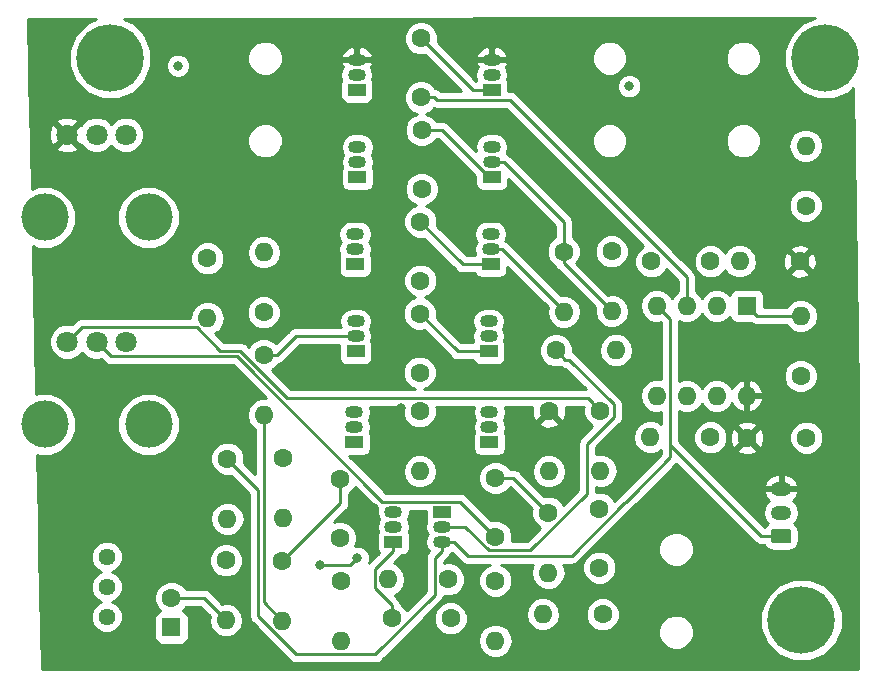
<source format=gbr>
G04 #@! TF.GenerationSoftware,KiCad,Pcbnew,(5.0.1)-rc2*
G04 #@! TF.CreationDate,2019-02-27T00:02:04-05:00*
G04 #@! TF.ProjectId,ladder_filter,6C61646465725F66696C7465722E6B69,rev?*
G04 #@! TF.SameCoordinates,Original*
G04 #@! TF.FileFunction,Copper,L2,Bot,Signal*
G04 #@! TF.FilePolarity,Positive*
%FSLAX46Y46*%
G04 Gerber Fmt 4.6, Leading zero omitted, Abs format (unit mm)*
G04 Created by KiCad (PCBNEW (5.0.1)-rc2) date 2/27/2019 12:02:04 AM*
%MOMM*%
%LPD*%
G01*
G04 APERTURE LIST*
G04 #@! TA.AperFunction,ComponentPad*
%ADD10C,1.600000*%
G04 #@! TD*
G04 #@! TA.AperFunction,ComponentPad*
%ADD11R,1.600000X1.600000*%
G04 #@! TD*
G04 #@! TA.AperFunction,ComponentPad*
%ADD12C,5.700000*%
G04 #@! TD*
G04 #@! TA.AperFunction,Conductor*
%ADD13C,0.100000*%
G04 #@! TD*
G04 #@! TA.AperFunction,ComponentPad*
%ADD14C,1.200000*%
G04 #@! TD*
G04 #@! TA.AperFunction,ComponentPad*
%ADD15O,1.750000X1.200000*%
G04 #@! TD*
G04 #@! TA.AperFunction,ComponentPad*
%ADD16O,1.500000X1.050000*%
G04 #@! TD*
G04 #@! TA.AperFunction,ComponentPad*
%ADD17R,1.500000X1.050000*%
G04 #@! TD*
G04 #@! TA.AperFunction,ComponentPad*
%ADD18O,1.600000X1.600000*%
G04 #@! TD*
G04 #@! TA.AperFunction,ComponentPad*
%ADD19C,1.800000*%
G04 #@! TD*
G04 #@! TA.AperFunction,WasherPad*
%ADD20C,4.000000*%
G04 #@! TD*
G04 #@! TA.AperFunction,ComponentPad*
%ADD21C,1.440000*%
G04 #@! TD*
G04 #@! TA.AperFunction,ViaPad*
%ADD22C,0.800000*%
G04 #@! TD*
G04 #@! TA.AperFunction,Conductor*
%ADD23C,0.250000*%
G04 #@! TD*
G04 #@! TA.AperFunction,Conductor*
%ADD24C,0.254000*%
G04 #@! TD*
G04 APERTURE END LIST*
D10*
G04 #@! TO.P,C1,2*
G04 #@! TO.N,Ladder5_Lb*
X160629600Y-71708000D03*
G04 #@! TO.P,C1,1*
G04 #@! TO.N,Net-(C1-Pad1)*
X160629600Y-76708000D03*
G04 #@! TD*
D11*
G04 #@! TO.P,C2,1*
G04 #@! TO.N,Net-(C2-Pad1)*
X146354800Y-84277200D03*
D10*
G04 #@! TO.P,C2,2*
G04 #@! TO.N,Ladder6_Re*
X146354800Y-81777200D03*
G04 #@! TD*
G04 #@! TO.P,C3,1*
G04 #@! TO.N,Ladder6_Re*
X164998400Y-83515200D03*
G04 #@! TO.P,C3,2*
G04 #@! TO.N,Ladder6_Le*
X169998400Y-83515200D03*
G04 #@! TD*
G04 #@! TO.P,C4,1*
G04 #@! TO.N,Ladder1_Re*
X167487600Y-34391600D03*
G04 #@! TO.P,C4,2*
G04 #@! TO.N,Ladder1_Le*
X167487600Y-39391600D03*
G04 #@! TD*
G04 #@! TO.P,C5,1*
G04 #@! TO.N,Ladder2_Re*
X167538400Y-42164000D03*
G04 #@! TO.P,C5,2*
G04 #@! TO.N,Ladder2_Le*
X167538400Y-47164000D03*
G04 #@! TD*
G04 #@! TO.P,C6,2*
G04 #@! TO.N,Ladder3_Le*
X167436800Y-54936400D03*
G04 #@! TO.P,C6,1*
G04 #@! TO.N,Ladder3_Re*
X167436800Y-49936400D03*
G04 #@! TD*
G04 #@! TO.P,C7,2*
G04 #@! TO.N,Ladder4_Le*
X167386000Y-62708800D03*
G04 #@! TO.P,C7,1*
G04 #@! TO.N,Ladder4_Re*
X167386000Y-57708800D03*
G04 #@! TD*
G04 #@! TO.P,C8,1*
G04 #@! TO.N,Ladder6_Re*
X200101200Y-68224400D03*
G04 #@! TO.P,C8,2*
G04 #@! TO.N,Ladder1_c*
X195101200Y-68224400D03*
G04 #@! TD*
G04 #@! TO.P,C9,2*
G04 #@! TO.N,Ladder6_Re*
X191994800Y-53289200D03*
G04 #@! TO.P,C9,1*
G04 #@! TO.N,Ladder6_Lc*
X186994800Y-53289200D03*
G04 #@! TD*
G04 #@! TO.P,C10,2*
G04 #@! TO.N,Net-(C10-Pad2)*
X173786800Y-76628000D03*
G04 #@! TO.P,C10,1*
G04 #@! TO.N,Ladder5_Rb*
X173786800Y-71628000D03*
G04 #@! TD*
G04 #@! TO.P,C11,1*
G04 #@! TO.N,Net-(C11-Pad1)*
X182575200Y-74218800D03*
G04 #@! TO.P,C11,2*
G04 #@! TO.N,Net-(C11-Pad2)*
X182575200Y-79218800D03*
G04 #@! TD*
D12*
G04 #@! TO.P,H2,1*
G04 #@! TO.N,Ladder6_Re*
X141173200Y-36068000D03*
G04 #@! TD*
G04 #@! TO.P,H3,1*
G04 #@! TO.N,Ladder6_Re*
X199694800Y-83667600D03*
G04 #@! TD*
G04 #@! TO.P,H4,1*
G04 #@! TO.N,Ladder6_Re*
X201726800Y-36068000D03*
G04 #@! TD*
D13*
G04 #@! TO.N,Ladder6_Lc*
G04 #@! TO.C,J5*
G36*
X198617105Y-75956804D02*
X198641373Y-75960404D01*
X198665172Y-75966365D01*
X198688271Y-75974630D01*
X198710450Y-75985120D01*
X198731493Y-75997732D01*
X198751199Y-76012347D01*
X198769377Y-76028823D01*
X198785853Y-76047001D01*
X198800468Y-76066707D01*
X198813080Y-76087750D01*
X198823570Y-76109929D01*
X198831835Y-76133028D01*
X198837796Y-76156827D01*
X198841396Y-76181095D01*
X198842600Y-76205599D01*
X198842600Y-76905601D01*
X198841396Y-76930105D01*
X198837796Y-76954373D01*
X198831835Y-76978172D01*
X198823570Y-77001271D01*
X198813080Y-77023450D01*
X198800468Y-77044493D01*
X198785853Y-77064199D01*
X198769377Y-77082377D01*
X198751199Y-77098853D01*
X198731493Y-77113468D01*
X198710450Y-77126080D01*
X198688271Y-77136570D01*
X198665172Y-77144835D01*
X198641373Y-77150796D01*
X198617105Y-77154396D01*
X198592601Y-77155600D01*
X197342599Y-77155600D01*
X197318095Y-77154396D01*
X197293827Y-77150796D01*
X197270028Y-77144835D01*
X197246929Y-77136570D01*
X197224750Y-77126080D01*
X197203707Y-77113468D01*
X197184001Y-77098853D01*
X197165823Y-77082377D01*
X197149347Y-77064199D01*
X197134732Y-77044493D01*
X197122120Y-77023450D01*
X197111630Y-77001271D01*
X197103365Y-76978172D01*
X197097404Y-76954373D01*
X197093804Y-76930105D01*
X197092600Y-76905601D01*
X197092600Y-76205599D01*
X197093804Y-76181095D01*
X197097404Y-76156827D01*
X197103365Y-76133028D01*
X197111630Y-76109929D01*
X197122120Y-76087750D01*
X197134732Y-76066707D01*
X197149347Y-76047001D01*
X197165823Y-76028823D01*
X197184001Y-76012347D01*
X197203707Y-75997732D01*
X197224750Y-75985120D01*
X197246929Y-75974630D01*
X197270028Y-75966365D01*
X197293827Y-75960404D01*
X197318095Y-75956804D01*
X197342599Y-75955600D01*
X198592601Y-75955600D01*
X198617105Y-75956804D01*
X198617105Y-75956804D01*
G37*
D14*
G04 #@! TD*
G04 #@! TO.P,J5,1*
G04 #@! TO.N,Ladder6_Lc*
X197967600Y-76555600D03*
D15*
G04 #@! TO.P,J5,2*
G04 #@! TO.N,Ladder6_Re*
X197967600Y-74555600D03*
G04 #@! TO.P,J5,3*
G04 #@! TO.N,Ladder1_c*
X197967600Y-72555600D03*
G04 #@! TD*
D16*
G04 #@! TO.P,Q1,2*
G04 #@! TO.N,Ladder6_Lb*
X169265600Y-75742800D03*
G04 #@! TO.P,Q1,3*
G04 #@! TO.N,Ladder6_Lc*
X169265600Y-77012800D03*
D17*
G04 #@! TO.P,Q1,1*
G04 #@! TO.N,Ladder6_Le*
X169265600Y-74472800D03*
G04 #@! TD*
D16*
G04 #@! TO.P,Q2,2*
G04 #@! TO.N,Ladder5_Lb*
X161848800Y-67310000D03*
G04 #@! TO.P,Q2,3*
G04 #@! TO.N,Ladder4_Le*
X161848800Y-66040000D03*
D17*
G04 #@! TO.P,Q2,1*
G04 #@! TO.N,Ladder5_e*
X161848800Y-68580000D03*
G04 #@! TD*
G04 #@! TO.P,Q3,1*
G04 #@! TO.N,Ladder1_Le*
X162052000Y-38760400D03*
D16*
G04 #@! TO.P,Q3,3*
G04 #@! TO.N,Ladder1_c*
X162052000Y-36220400D03*
G04 #@! TO.P,Q3,2*
G04 #@! TO.N,Ladder1_b*
X162052000Y-37490400D03*
G04 #@! TD*
G04 #@! TO.P,Q4,2*
G04 #@! TO.N,Ladder2_b*
X162102800Y-44873333D03*
G04 #@! TO.P,Q4,3*
G04 #@! TO.N,Ladder1_Le*
X162102800Y-43603333D03*
D17*
G04 #@! TO.P,Q4,1*
G04 #@! TO.N,Ladder2_Le*
X162102800Y-46143333D03*
G04 #@! TD*
D16*
G04 #@! TO.P,Q5,2*
G04 #@! TO.N,Ladder3_b*
X161899600Y-52256266D03*
G04 #@! TO.P,Q5,3*
G04 #@! TO.N,Ladder2_Le*
X161899600Y-50986266D03*
D17*
G04 #@! TO.P,Q5,1*
G04 #@! TO.N,Ladder3_Le*
X161899600Y-53526266D03*
G04 #@! TD*
G04 #@! TO.P,Q6,1*
G04 #@! TO.N,Ladder4_Le*
X161950400Y-60909200D03*
D16*
G04 #@! TO.P,Q6,3*
G04 #@! TO.N,Ladder3_Le*
X161950400Y-58369200D03*
G04 #@! TO.P,Q6,2*
G04 #@! TO.N,Ladder4_b*
X161950400Y-59639200D03*
G04 #@! TD*
D17*
G04 #@! TO.P,Q7,1*
G04 #@! TO.N,Ladder6_Re*
X165150800Y-77012800D03*
D16*
G04 #@! TO.P,Q7,3*
G04 #@! TO.N,Ladder6_Rc*
X165150800Y-74472800D03*
G04 #@! TO.P,Q7,2*
G04 #@! TO.N,Ladder6_Le*
X165150800Y-75742800D03*
G04 #@! TD*
G04 #@! TO.P,Q8,2*
G04 #@! TO.N,Ladder1_b*
X173482000Y-37490400D03*
G04 #@! TO.P,Q8,3*
G04 #@! TO.N,Ladder1_c*
X173482000Y-36220400D03*
D17*
G04 #@! TO.P,Q8,1*
G04 #@! TO.N,Ladder1_Re*
X173482000Y-38760400D03*
G04 #@! TD*
G04 #@! TO.P,Q9,1*
G04 #@! TO.N,Ladder2_Re*
X173482000Y-46143333D03*
D16*
G04 #@! TO.P,Q9,3*
G04 #@! TO.N,Ladder1_Re*
X173482000Y-43603333D03*
G04 #@! TO.P,Q9,2*
G04 #@! TO.N,Ladder2_b*
X173482000Y-44873333D03*
G04 #@! TD*
D17*
G04 #@! TO.P,Q10,1*
G04 #@! TO.N,Ladder3_Re*
X173380400Y-53526266D03*
D16*
G04 #@! TO.P,Q10,3*
G04 #@! TO.N,Ladder2_Re*
X173380400Y-50986266D03*
G04 #@! TO.P,Q10,2*
G04 #@! TO.N,Ladder3_b*
X173380400Y-52256266D03*
G04 #@! TD*
G04 #@! TO.P,Q11,2*
G04 #@! TO.N,Ladder4_b*
X173228000Y-59639200D03*
G04 #@! TO.P,Q11,3*
G04 #@! TO.N,Ladder3_Re*
X173228000Y-58369200D03*
D17*
G04 #@! TO.P,Q11,1*
G04 #@! TO.N,Ladder4_Re*
X173228000Y-60909200D03*
G04 #@! TD*
G04 #@! TO.P,Q12,1*
G04 #@! TO.N,Ladder5_e*
X173278800Y-68580000D03*
D16*
G04 #@! TO.P,Q12,3*
G04 #@! TO.N,Ladder4_Re*
X173278800Y-66040000D03*
G04 #@! TO.P,Q12,2*
G04 #@! TO.N,Ladder5_Rb*
X173278800Y-67310000D03*
G04 #@! TD*
D18*
G04 #@! TO.P,R1,2*
G04 #@! TO.N,Ladder6_Re*
X150977600Y-83667600D03*
D10*
G04 #@! TO.P,R1,1*
G04 #@! TO.N,Net-(R1-Pad1)*
X150977600Y-78587600D03*
G04 #@! TD*
G04 #@! TO.P,R2,1*
G04 #@! TO.N,Ladder6_Lc*
X151079200Y-70002400D03*
D18*
G04 #@! TO.P,R2,2*
G04 #@! TO.N,Net-(R2-Pad2)*
X151079200Y-75082400D03*
G04 #@! TD*
D10*
G04 #@! TO.P,R3,1*
G04 #@! TO.N,Ladder6_Lb*
X155803600Y-69951600D03*
D18*
G04 #@! TO.P,R3,2*
G04 #@! TO.N,Net-(R3-Pad2)*
X155803600Y-75031600D03*
G04 #@! TD*
G04 #@! TO.P,R4,2*
G04 #@! TO.N,VCF_EXP_CV*
X183997600Y-60807600D03*
D10*
G04 #@! TO.P,R4,1*
G04 #@! TO.N,Ladder6_Lb*
X178917600Y-60807600D03*
G04 #@! TD*
D18*
G04 #@! TO.P,R5,2*
G04 #@! TO.N,Net-(R5-Pad2)*
X160731200Y-85445600D03*
D10*
G04 #@! TO.P,R5,1*
G04 #@! TO.N,Ladder6_Lb*
X160731200Y-80365600D03*
G04 #@! TD*
G04 #@! TO.P,R6,1*
G04 #@! TO.N,Ladder6_Lb*
X200050400Y-48564800D03*
D18*
G04 #@! TO.P,R6,2*
G04 #@! TO.N,VCF_mod*
X200050400Y-43484800D03*
G04 #@! TD*
G04 #@! TO.P,R7,2*
G04 #@! TO.N,VCF_In*
X154178000Y-52527200D03*
D10*
G04 #@! TO.P,R7,1*
G04 #@! TO.N,Net-(C1-Pad1)*
X154178000Y-57607200D03*
G04 #@! TD*
G04 #@! TO.P,R8,1*
G04 #@! TO.N,Ladder6_Lb*
X169773600Y-80213200D03*
D18*
G04 #@! TO.P,R8,2*
G04 #@! TO.N,Ladder6_Re*
X164693600Y-80213200D03*
G04 #@! TD*
G04 #@! TO.P,R9,2*
G04 #@! TO.N,Ladder6_Le*
X178308000Y-71069200D03*
D10*
G04 #@! TO.P,R9,1*
G04 #@! TO.N,Ladder1_c*
X178308000Y-65989200D03*
G04 #@! TD*
D18*
G04 #@! TO.P,R10,2*
G04 #@! TO.N,Ladder1_b*
X194462400Y-53289200D03*
D10*
G04 #@! TO.P,R10,1*
G04 #@! TO.N,Ladder1_c*
X199542400Y-53289200D03*
G04 #@! TD*
G04 #@! TO.P,R11,1*
G04 #@! TO.N,Ladder1_b*
X183642000Y-52425600D03*
D18*
G04 #@! TO.P,R11,2*
G04 #@! TO.N,Ladder2_b*
X183642000Y-57505600D03*
G04 #@! TD*
G04 #@! TO.P,R12,2*
G04 #@! TO.N,Ladder3_b*
X179578000Y-57556400D03*
D10*
G04 #@! TO.P,R12,1*
G04 #@! TO.N,Ladder2_b*
X179578000Y-52476400D03*
G04 #@! TD*
G04 #@! TO.P,R13,1*
G04 #@! TO.N,Ladder3_b*
X149402800Y-53035200D03*
D18*
G04 #@! TO.P,R13,2*
G04 #@! TO.N,Ladder4_b*
X149402800Y-58115200D03*
G04 #@! TD*
G04 #@! TO.P,R14,2*
G04 #@! TO.N,Net-(C2-Pad1)*
X154178000Y-66294000D03*
D10*
G04 #@! TO.P,R14,1*
G04 #@! TO.N,Ladder4_b*
X154178000Y-61214000D03*
G04 #@! TD*
G04 #@! TO.P,R15,1*
G04 #@! TO.N,Net-(C2-Pad1)*
X173786800Y-80314800D03*
D18*
G04 #@! TO.P,R15,2*
G04 #@! TO.N,Ladder6_Re*
X173786800Y-85394800D03*
G04 #@! TD*
G04 #@! TO.P,R16,2*
G04 #@! TO.N,Net-(C2-Pad1)*
X155752800Y-83718400D03*
D10*
G04 #@! TO.P,R16,1*
G04 #@! TO.N,Ladder5_Lb*
X155752800Y-78638400D03*
G04 #@! TD*
G04 #@! TO.P,R17,1*
G04 #@! TO.N,Ladder5_e*
X167386000Y-65989200D03*
D18*
G04 #@! TO.P,R17,2*
G04 #@! TO.N,Ladder6_Rc*
X167386000Y-71069200D03*
G04 #@! TD*
G04 #@! TO.P,R18,2*
G04 #@! TO.N,Net-(C2-Pad1)*
X178257200Y-79654400D03*
D10*
G04 #@! TO.P,R18,1*
G04 #@! TO.N,Ladder5_Rb*
X178257200Y-74574400D03*
G04 #@! TD*
G04 #@! TO.P,R19,1*
G04 #@! TO.N,Net-(R19-Pad1)*
X199644000Y-62992000D03*
D18*
G04 #@! TO.P,R19,2*
G04 #@! TO.N,Net-(R19-Pad2)*
X199644000Y-57912000D03*
G04 #@! TD*
G04 #@! TO.P,R20,2*
G04 #@! TO.N,Net-(R19-Pad1)*
X186893200Y-68173600D03*
D10*
G04 #@! TO.P,R20,1*
G04 #@! TO.N,Net-(C11-Pad1)*
X191973200Y-68173600D03*
G04 #@! TD*
G04 #@! TO.P,R21,1*
G04 #@! TO.N,Net-(R21-Pad1)*
X182676800Y-65938400D03*
D18*
G04 #@! TO.P,R21,2*
G04 #@! TO.N,Net-(C11-Pad1)*
X182676800Y-71018400D03*
G04 #@! TD*
D10*
G04 #@! TO.P,R22,1*
G04 #@! TO.N,VCF_Out*
X182880000Y-83159600D03*
D18*
G04 #@! TO.P,R22,2*
G04 #@! TO.N,Net-(C11-Pad2)*
X177800000Y-83159600D03*
G04 #@! TD*
D19*
G04 #@! TO.P,RV1,3*
G04 #@! TO.N,Ladder6_Lc*
X142515600Y-42570400D03*
G04 #@! TO.P,RV1,2*
G04 #@! TO.N,Net-(R5-Pad2)*
X140015600Y-42570400D03*
G04 #@! TO.P,RV1,1*
G04 #@! TO.N,Ladder1_c*
X137515600Y-42570400D03*
D20*
G04 #@! TO.P,RV1,*
G04 #@! TO.N,*
X144415600Y-49570400D03*
X135615600Y-49570400D03*
G04 #@! TD*
D21*
G04 #@! TO.P,RV2,1*
G04 #@! TO.N,Net-(R1-Pad1)*
X140868400Y-83362800D03*
G04 #@! TO.P,RV2,2*
G04 #@! TO.N,Net-(R3-Pad2)*
X140868400Y-80822800D03*
G04 #@! TO.P,RV2,3*
G04 #@! TO.N,Net-(R2-Pad2)*
X140868400Y-78282800D03*
G04 #@! TD*
D20*
G04 #@! TO.P,RV3,*
G04 #@! TO.N,*
X135615600Y-67096400D03*
X144415600Y-67096400D03*
D19*
G04 #@! TO.P,RV3,1*
G04 #@! TO.N,Net-(R21-Pad1)*
X137515600Y-60096400D03*
G04 #@! TO.P,RV3,2*
G04 #@! TO.N,Net-(C10-Pad2)*
X140015600Y-60096400D03*
G04 #@! TO.P,RV3,3*
G04 #@! TO.N,Ladder6_Re*
X142515600Y-60096400D03*
G04 #@! TD*
D11*
G04 #@! TO.P,U1,1*
G04 #@! TO.N,Net-(R19-Pad2)*
X195072000Y-57048400D03*
D18*
G04 #@! TO.P,U1,5*
G04 #@! TO.N,Ladder1_Re*
X187452000Y-64668400D03*
G04 #@! TO.P,U1,2*
G04 #@! TO.N,Net-(R19-Pad2)*
X192532000Y-57048400D03*
G04 #@! TO.P,U1,6*
G04 #@! TO.N,Net-(R19-Pad1)*
X189992000Y-64668400D03*
G04 #@! TO.P,U1,3*
G04 #@! TO.N,Ladder1_Le*
X189992000Y-57048400D03*
G04 #@! TO.P,U1,7*
G04 #@! TO.N,Net-(C11-Pad1)*
X192532000Y-64668400D03*
G04 #@! TO.P,U1,4*
G04 #@! TO.N,Ladder6_Lc*
X187452000Y-57048400D03*
G04 #@! TO.P,U1,8*
G04 #@! TO.N,Ladder1_c*
X195072000Y-64668400D03*
G04 #@! TD*
D22*
G04 #@! TO.N,Ladder1_c*
X163525200Y-74168000D03*
X165760400Y-65684400D03*
X164693600Y-70002400D03*
X167436800Y-75590400D03*
G04 #@! TO.N,Ladder6_Re*
X146913600Y-36728400D03*
X185115200Y-38455600D03*
X158902400Y-78994000D03*
X162102800Y-78384400D03*
G04 #@! TD*
D23*
G04 #@! TO.N,Net-(C2-Pad1)*
X154178000Y-82143600D02*
X155752800Y-83718400D01*
X154178000Y-66294000D02*
X154178000Y-82143600D01*
G04 #@! TO.N,Ladder1_c*
X165760400Y-68935600D02*
X164693600Y-70002400D01*
X165760400Y-65684400D02*
X165760400Y-68935600D01*
G04 #@! TO.N,Net-(C10-Pad2)*
X140915599Y-60996399D02*
X140015600Y-60096400D01*
X141240601Y-61321401D02*
X140915599Y-60996399D01*
X151908003Y-61321401D02*
X141240601Y-61321401D01*
X164209401Y-73622799D02*
X151908003Y-61321401D01*
X170781599Y-73622799D02*
X164209401Y-73622799D01*
X173786800Y-76628000D02*
X170781599Y-73622799D01*
G04 #@! TO.N,Net-(R19-Pad2)*
X195935600Y-57912000D02*
X195072000Y-57048400D01*
X199644000Y-57912000D02*
X195935600Y-57912000D01*
G04 #@! TO.N,Net-(R21-Pad1)*
X181876801Y-65138401D02*
X182676800Y-65938400D01*
X181602599Y-64864199D02*
X181876801Y-65138401D01*
X156163197Y-64864199D02*
X181602599Y-64864199D01*
X150493989Y-60871391D02*
X152170389Y-60871391D01*
X152170389Y-60871391D02*
X156163197Y-64864199D01*
X148493997Y-58871399D02*
X150493989Y-60871391D01*
X138740601Y-58871399D02*
X148493997Y-58871399D01*
X137515600Y-60096400D02*
X138740601Y-58871399D01*
G04 #@! TO.N,Ladder6_Re*
X149087200Y-81777200D02*
X146354800Y-81777200D01*
X150977600Y-83667600D02*
X149087200Y-81777200D01*
X161493200Y-78994000D02*
X162102800Y-78384400D01*
X158902400Y-78994000D02*
X161493200Y-78994000D01*
X165150800Y-77787800D02*
X165150800Y-77012800D01*
X163568599Y-79370001D02*
X165150800Y-77787800D01*
X163568599Y-80954029D02*
X163568599Y-79370001D01*
X164998400Y-82383830D02*
X163568599Y-80954029D01*
X164998400Y-83515200D02*
X164998400Y-82383830D01*
G04 #@! TO.N,Ladder6_Lb*
X179717599Y-61607599D02*
X178917600Y-60807600D01*
X183801801Y-66478401D02*
X183801801Y-65398399D01*
X181551799Y-68728403D02*
X183801801Y-66478401D01*
X181551799Y-72944803D02*
X181551799Y-68728403D01*
X183801801Y-65398399D02*
X180011001Y-61607599D01*
X176743601Y-77753001D02*
X181551799Y-72944803D01*
X173246799Y-77753001D02*
X176743601Y-77753001D01*
X180011001Y-61607599D02*
X179717599Y-61607599D01*
X171236598Y-75742800D02*
X173246799Y-77753001D01*
X169265600Y-75742800D02*
X171236598Y-75742800D01*
G04 #@! TO.N,Ladder2_b*
X179578000Y-51345030D02*
X179578000Y-52476400D01*
X179578000Y-49969333D02*
X179578000Y-51345030D01*
X174482000Y-44873333D02*
X179578000Y-49969333D01*
X173482000Y-44873333D02*
X174482000Y-44873333D01*
X179578000Y-53441600D02*
X179578000Y-52476400D01*
X183642000Y-57505600D02*
X179578000Y-53441600D01*
G04 #@! TO.N,Ladder6_Lc*
X188577001Y-58173401D02*
X188251999Y-57848399D01*
X188251999Y-57848399D02*
X187452000Y-57048400D01*
X171455811Y-78203011D02*
X180255991Y-78203011D01*
X170265600Y-77012800D02*
X171455811Y-78203011D01*
X169265600Y-77012800D02*
X170265600Y-77012800D01*
X180255991Y-78203011D02*
X184708800Y-73750202D01*
X169265600Y-77787800D02*
X169265600Y-77012800D01*
X168648599Y-78404801D02*
X169265600Y-77787800D01*
X163608001Y-86570601D02*
X168648599Y-81530003D01*
X168648599Y-81530003D02*
X168648599Y-78404801D01*
X156939999Y-86570601D02*
X163608001Y-86570601D01*
X153720800Y-83351402D02*
X156939999Y-86570601D01*
X153720800Y-72644000D02*
X153720800Y-83351402D01*
X151079200Y-70002400D02*
X153720800Y-72644000D01*
X185903402Y-72555600D02*
X184799002Y-73660000D01*
X184708800Y-73750202D02*
X184799002Y-73660000D01*
X184799002Y-73660000D02*
X188577001Y-69882001D01*
X196298601Y-76555600D02*
X188577001Y-68834000D01*
X197967600Y-76555600D02*
X196298601Y-76555600D01*
X188577001Y-69882001D02*
X188577001Y-68834000D01*
X188577001Y-68834000D02*
X188577001Y-58173401D01*
G04 #@! TO.N,Ladder4_b*
X160950400Y-59639200D02*
X161950400Y-59639200D01*
X156884170Y-59639200D02*
X160950400Y-59639200D01*
X155309370Y-61214000D02*
X156884170Y-59639200D01*
X154178000Y-61214000D02*
X155309370Y-61214000D01*
G04 #@! TO.N,Ladder5_Rb*
X175310800Y-71628000D02*
X178257200Y-74574400D01*
X173786800Y-71628000D02*
X175310800Y-71628000D01*
G04 #@! TO.N,Ladder3_b*
X179578000Y-57453866D02*
X179578000Y-57556400D01*
X174380400Y-52256266D02*
X179578000Y-57453866D01*
X173380400Y-52256266D02*
X174380400Y-52256266D01*
G04 #@! TO.N,Ladder5_Lb*
X160629600Y-73761600D02*
X160629600Y-71708000D01*
X155752800Y-78638400D02*
X160629600Y-73761600D01*
G04 #@! TO.N,Ladder4_Re*
X170586400Y-60909200D02*
X173228000Y-60909200D01*
X167386000Y-57708800D02*
X170586400Y-60909200D01*
G04 #@! TO.N,Ladder2_Re*
X173257000Y-46143333D02*
X173482000Y-46143333D01*
X169277667Y-42164000D02*
X173257000Y-46143333D01*
X167538400Y-42164000D02*
X169277667Y-42164000D01*
G04 #@! TO.N,Ladder1_Re*
X171856400Y-38760400D02*
X173482000Y-38760400D01*
X167487600Y-34391600D02*
X171856400Y-38760400D01*
G04 #@! TO.N,Ladder1_Le*
X189992000Y-54621398D02*
X189992000Y-57048400D01*
X174981003Y-39610401D02*
X189992000Y-54621398D01*
X168837771Y-39610401D02*
X174981003Y-39610401D01*
X168618970Y-39391600D02*
X168837771Y-39610401D01*
X167487600Y-39391600D02*
X168618970Y-39391600D01*
G04 #@! TO.N,Ladder3_Re*
X171026666Y-53526266D02*
X173380400Y-53526266D01*
X167436800Y-49936400D02*
X171026666Y-53526266D01*
G04 #@! TD*
D24*
G04 #@! TO.N,Ladder1_c*
G36*
X199752706Y-33113560D02*
X198772360Y-34093906D01*
X198241800Y-35374790D01*
X198241800Y-36761210D01*
X198772360Y-38042094D01*
X199752706Y-39022440D01*
X201033590Y-39553000D01*
X202420010Y-39553000D01*
X203700894Y-39022440D01*
X204085289Y-38638045D01*
X204497001Y-64399447D01*
X204497001Y-87809400D01*
X135375256Y-87809400D01*
X135173413Y-78013274D01*
X139513400Y-78013274D01*
X139513400Y-78552326D01*
X139719686Y-79050346D01*
X140100854Y-79431514D01*
X140393665Y-79552800D01*
X140100854Y-79674086D01*
X139719686Y-80055254D01*
X139513400Y-80553274D01*
X139513400Y-81092326D01*
X139719686Y-81590346D01*
X140100854Y-81971514D01*
X140393665Y-82092800D01*
X140100854Y-82214086D01*
X139719686Y-82595254D01*
X139513400Y-83093274D01*
X139513400Y-83632326D01*
X139719686Y-84130346D01*
X140100854Y-84511514D01*
X140598874Y-84717800D01*
X141137926Y-84717800D01*
X141635946Y-84511514D01*
X142017114Y-84130346D01*
X142223400Y-83632326D01*
X142223400Y-83477200D01*
X144907360Y-83477200D01*
X144907360Y-85077200D01*
X144956643Y-85324965D01*
X145096991Y-85535009D01*
X145307035Y-85675357D01*
X145554800Y-85724640D01*
X147154800Y-85724640D01*
X147402565Y-85675357D01*
X147612609Y-85535009D01*
X147752957Y-85324965D01*
X147802240Y-85077200D01*
X147802240Y-83477200D01*
X147752957Y-83229435D01*
X147612609Y-83019391D01*
X147402565Y-82879043D01*
X147302297Y-82859099D01*
X147571334Y-82590062D01*
X147593230Y-82537200D01*
X148772399Y-82537200D01*
X149578912Y-83343714D01*
X149514487Y-83667600D01*
X149625860Y-84227509D01*
X149943023Y-84702177D01*
X150417691Y-85019340D01*
X150836267Y-85102600D01*
X151118933Y-85102600D01*
X151537509Y-85019340D01*
X152012177Y-84702177D01*
X152329340Y-84227509D01*
X152440713Y-83667600D01*
X152329340Y-83107691D01*
X152012177Y-82633023D01*
X151537509Y-82315860D01*
X151118933Y-82232600D01*
X150836267Y-82232600D01*
X150653714Y-82268912D01*
X149677531Y-81292730D01*
X149635129Y-81229271D01*
X149383737Y-81061296D01*
X149162052Y-81017200D01*
X149162047Y-81017200D01*
X149087200Y-81002312D01*
X149012353Y-81017200D01*
X147593230Y-81017200D01*
X147571334Y-80964338D01*
X147167662Y-80560666D01*
X146640239Y-80342200D01*
X146069361Y-80342200D01*
X145541938Y-80560666D01*
X145138266Y-80964338D01*
X144919800Y-81491761D01*
X144919800Y-82062639D01*
X145138266Y-82590062D01*
X145407303Y-82859099D01*
X145307035Y-82879043D01*
X145096991Y-83019391D01*
X144956643Y-83229435D01*
X144907360Y-83477200D01*
X142223400Y-83477200D01*
X142223400Y-83093274D01*
X142017114Y-82595254D01*
X141635946Y-82214086D01*
X141343135Y-82092800D01*
X141635946Y-81971514D01*
X142017114Y-81590346D01*
X142223400Y-81092326D01*
X142223400Y-80553274D01*
X142017114Y-80055254D01*
X141635946Y-79674086D01*
X141343135Y-79552800D01*
X141635946Y-79431514D01*
X142017114Y-79050346D01*
X142223400Y-78552326D01*
X142223400Y-78302161D01*
X149542600Y-78302161D01*
X149542600Y-78873039D01*
X149761066Y-79400462D01*
X150164738Y-79804134D01*
X150692161Y-80022600D01*
X151263039Y-80022600D01*
X151790462Y-79804134D01*
X152194134Y-79400462D01*
X152412600Y-78873039D01*
X152412600Y-78302161D01*
X152194134Y-77774738D01*
X151790462Y-77371066D01*
X151263039Y-77152600D01*
X150692161Y-77152600D01*
X150164738Y-77371066D01*
X149761066Y-77774738D01*
X149542600Y-78302161D01*
X142223400Y-78302161D01*
X142223400Y-78013274D01*
X142017114Y-77515254D01*
X141635946Y-77134086D01*
X141137926Y-76927800D01*
X140598874Y-76927800D01*
X140100854Y-77134086D01*
X139719686Y-77515254D01*
X139513400Y-78013274D01*
X135173413Y-78013274D01*
X135113024Y-75082400D01*
X149616087Y-75082400D01*
X149727460Y-75642309D01*
X150044623Y-76116977D01*
X150519291Y-76434140D01*
X150937867Y-76517400D01*
X151220533Y-76517400D01*
X151639109Y-76434140D01*
X152113777Y-76116977D01*
X152430940Y-75642309D01*
X152542313Y-75082400D01*
X152430940Y-74522491D01*
X152113777Y-74047823D01*
X151639109Y-73730660D01*
X151220533Y-73647400D01*
X150937867Y-73647400D01*
X150519291Y-73730660D01*
X150044623Y-74047823D01*
X149727460Y-74522491D01*
X149616087Y-75082400D01*
X135113024Y-75082400D01*
X135002006Y-69694345D01*
X135091466Y-69731400D01*
X136139734Y-69731400D01*
X137108208Y-69330245D01*
X137849445Y-68589008D01*
X138250600Y-67620534D01*
X138250600Y-66572266D01*
X141780600Y-66572266D01*
X141780600Y-67620534D01*
X142181755Y-68589008D01*
X142922992Y-69330245D01*
X143891466Y-69731400D01*
X144939734Y-69731400D01*
X145908208Y-69330245D01*
X146649445Y-68589008D01*
X147050600Y-67620534D01*
X147050600Y-66572266D01*
X146649445Y-65603792D01*
X145908208Y-64862555D01*
X144939734Y-64461400D01*
X143891466Y-64461400D01*
X142922992Y-64862555D01*
X142181755Y-65603792D01*
X141780600Y-66572266D01*
X138250600Y-66572266D01*
X137849445Y-65603792D01*
X137108208Y-64862555D01*
X136139734Y-64461400D01*
X135091466Y-64461400D01*
X134895854Y-64542425D01*
X134797956Y-59791070D01*
X135980600Y-59791070D01*
X135980600Y-60401730D01*
X136214290Y-60965907D01*
X136646093Y-61397710D01*
X137210270Y-61631400D01*
X137820930Y-61631400D01*
X138385107Y-61397710D01*
X138765600Y-61017217D01*
X139146093Y-61397710D01*
X139710270Y-61631400D01*
X140320930Y-61631400D01*
X140430438Y-61586040D01*
X140431126Y-61586728D01*
X140431129Y-61586730D01*
X140650270Y-61805871D01*
X140692672Y-61869330D01*
X140944064Y-62037305D01*
X141165749Y-62081401D01*
X141165753Y-62081401D01*
X141240600Y-62096289D01*
X141315447Y-62081401D01*
X151593202Y-62081401D01*
X154383580Y-64871780D01*
X154319333Y-64859000D01*
X154036667Y-64859000D01*
X153618091Y-64942260D01*
X153143423Y-65259423D01*
X152826260Y-65734091D01*
X152714887Y-66294000D01*
X152826260Y-66853909D01*
X153143423Y-67328577D01*
X153418000Y-67512044D01*
X153418000Y-71266399D01*
X152492303Y-70340702D01*
X152514200Y-70287839D01*
X152514200Y-69716961D01*
X152295734Y-69189538D01*
X151892062Y-68785866D01*
X151364639Y-68567400D01*
X150793761Y-68567400D01*
X150266338Y-68785866D01*
X149862666Y-69189538D01*
X149644200Y-69716961D01*
X149644200Y-70287839D01*
X149862666Y-70815262D01*
X150266338Y-71218934D01*
X150793761Y-71437400D01*
X151364639Y-71437400D01*
X151417502Y-71415503D01*
X152960800Y-72958802D01*
X152960801Y-83276550D01*
X152945912Y-83351402D01*
X153004897Y-83647939D01*
X153128695Y-83833215D01*
X153172872Y-83899331D01*
X153236328Y-83941731D01*
X156349670Y-87055074D01*
X156392070Y-87118530D01*
X156643462Y-87286505D01*
X156865147Y-87330601D01*
X156865152Y-87330601D01*
X156939999Y-87345489D01*
X157014846Y-87330601D01*
X163533154Y-87330601D01*
X163608001Y-87345489D01*
X163682848Y-87330601D01*
X163682853Y-87330601D01*
X163904538Y-87286505D01*
X164155930Y-87118530D01*
X164198332Y-87055071D01*
X165858603Y-85394800D01*
X172323687Y-85394800D01*
X172435060Y-85954709D01*
X172752223Y-86429377D01*
X173226891Y-86746540D01*
X173645467Y-86829800D01*
X173928133Y-86829800D01*
X174346709Y-86746540D01*
X174821377Y-86429377D01*
X175138540Y-85954709D01*
X175249913Y-85394800D01*
X175138540Y-84834891D01*
X174821377Y-84360223D01*
X174346709Y-84043060D01*
X173928133Y-83959800D01*
X173645467Y-83959800D01*
X173226891Y-84043060D01*
X172752223Y-84360223D01*
X172435060Y-84834891D01*
X172323687Y-85394800D01*
X165858603Y-85394800D01*
X168023642Y-83229761D01*
X168563400Y-83229761D01*
X168563400Y-83800639D01*
X168781866Y-84328062D01*
X169185538Y-84731734D01*
X169712961Y-84950200D01*
X170283839Y-84950200D01*
X170811262Y-84731734D01*
X171214934Y-84328062D01*
X171433400Y-83800639D01*
X171433400Y-83229761D01*
X171404339Y-83159600D01*
X176336887Y-83159600D01*
X176448260Y-83719509D01*
X176765423Y-84194177D01*
X177240091Y-84511340D01*
X177658667Y-84594600D01*
X177941333Y-84594600D01*
X178359909Y-84511340D01*
X178834577Y-84194177D01*
X179151740Y-83719509D01*
X179263113Y-83159600D01*
X179206336Y-82874161D01*
X181445000Y-82874161D01*
X181445000Y-83445039D01*
X181663466Y-83972462D01*
X182067138Y-84376134D01*
X182594561Y-84594600D01*
X183165439Y-84594600D01*
X183685906Y-84379015D01*
X187592600Y-84379015D01*
X187592600Y-84969785D01*
X187818678Y-85515585D01*
X188236415Y-85933322D01*
X188782215Y-86159400D01*
X189372985Y-86159400D01*
X189918785Y-85933322D01*
X190336522Y-85515585D01*
X190562600Y-84969785D01*
X190562600Y-84379015D01*
X190336522Y-83833215D01*
X189918785Y-83415478D01*
X189372985Y-83189400D01*
X188782215Y-83189400D01*
X188236415Y-83415478D01*
X187818678Y-83833215D01*
X187592600Y-84379015D01*
X183685906Y-84379015D01*
X183692862Y-84376134D01*
X184096534Y-83972462D01*
X184315000Y-83445039D01*
X184315000Y-82974390D01*
X196209800Y-82974390D01*
X196209800Y-84360810D01*
X196740360Y-85641694D01*
X197720706Y-86622040D01*
X199001590Y-87152600D01*
X200388010Y-87152600D01*
X201668894Y-86622040D01*
X202649240Y-85641694D01*
X203179800Y-84360810D01*
X203179800Y-82974390D01*
X202649240Y-81693506D01*
X201668894Y-80713160D01*
X200388010Y-80182600D01*
X199001590Y-80182600D01*
X197720706Y-80713160D01*
X196740360Y-81693506D01*
X196209800Y-82974390D01*
X184315000Y-82974390D01*
X184315000Y-82874161D01*
X184096534Y-82346738D01*
X183692862Y-81943066D01*
X183165439Y-81724600D01*
X182594561Y-81724600D01*
X182067138Y-81943066D01*
X181663466Y-82346738D01*
X181445000Y-82874161D01*
X179206336Y-82874161D01*
X179151740Y-82599691D01*
X178834577Y-82125023D01*
X178359909Y-81807860D01*
X177941333Y-81724600D01*
X177658667Y-81724600D01*
X177240091Y-81807860D01*
X176765423Y-82125023D01*
X176448260Y-82599691D01*
X176336887Y-83159600D01*
X171404339Y-83159600D01*
X171214934Y-82702338D01*
X170811262Y-82298666D01*
X170283839Y-82080200D01*
X169712961Y-82080200D01*
X169185538Y-82298666D01*
X168781866Y-82702338D01*
X168563400Y-83229761D01*
X168023642Y-83229761D01*
X169133072Y-82120332D01*
X169196528Y-82077932D01*
X169364503Y-81826540D01*
X169406690Y-81614453D01*
X169488161Y-81648200D01*
X170059039Y-81648200D01*
X170586462Y-81429734D01*
X170990134Y-81026062D01*
X171208600Y-80498639D01*
X171208600Y-79927761D01*
X170990134Y-79400338D01*
X170586462Y-78996666D01*
X170059039Y-78778200D01*
X169488161Y-78778200D01*
X169408599Y-78811156D01*
X169408599Y-78719602D01*
X169750073Y-78378129D01*
X169813529Y-78335729D01*
X169981504Y-78084337D01*
X169982520Y-78079228D01*
X170147195Y-77969196D01*
X170865482Y-78687484D01*
X170907882Y-78750940D01*
X171159274Y-78918915D01*
X171380959Y-78963011D01*
X171380963Y-78963011D01*
X171455811Y-78977899D01*
X171530659Y-78963011D01*
X173300472Y-78963011D01*
X172973938Y-79098266D01*
X172570266Y-79501938D01*
X172351800Y-80029361D01*
X172351800Y-80600239D01*
X172570266Y-81127662D01*
X172973938Y-81531334D01*
X173501361Y-81749800D01*
X174072239Y-81749800D01*
X174599662Y-81531334D01*
X175003334Y-81127662D01*
X175221800Y-80600239D01*
X175221800Y-80029361D01*
X175003334Y-79501938D01*
X174599662Y-79098266D01*
X174273128Y-78963011D01*
X176993312Y-78963011D01*
X176905460Y-79094491D01*
X176794087Y-79654400D01*
X176905460Y-80214309D01*
X177222623Y-80688977D01*
X177697291Y-81006140D01*
X178115867Y-81089400D01*
X178398533Y-81089400D01*
X178817109Y-81006140D01*
X179291777Y-80688977D01*
X179608940Y-80214309D01*
X179720313Y-79654400D01*
X179608940Y-79094491D01*
X179521088Y-78963011D01*
X180181144Y-78963011D01*
X180255991Y-78977899D01*
X180330838Y-78963011D01*
X180330843Y-78963011D01*
X180479903Y-78933361D01*
X181140200Y-78933361D01*
X181140200Y-79504239D01*
X181358666Y-80031662D01*
X181762338Y-80435334D01*
X182289761Y-80653800D01*
X182860639Y-80653800D01*
X183388062Y-80435334D01*
X183791734Y-80031662D01*
X184010200Y-79504239D01*
X184010200Y-78933361D01*
X183791734Y-78405938D01*
X183388062Y-78002266D01*
X182860639Y-77783800D01*
X182289761Y-77783800D01*
X181762338Y-78002266D01*
X181358666Y-78405938D01*
X181140200Y-78933361D01*
X180479903Y-78933361D01*
X180552528Y-78918915D01*
X180803920Y-78750940D01*
X180846322Y-78687481D01*
X182154788Y-77379015D01*
X187592600Y-77379015D01*
X187592600Y-77969785D01*
X187818678Y-78515585D01*
X188236415Y-78933322D01*
X188782215Y-79159400D01*
X189372985Y-79159400D01*
X189918785Y-78933322D01*
X190336522Y-78515585D01*
X190562600Y-77969785D01*
X190562600Y-77379015D01*
X190336522Y-76833215D01*
X189918785Y-76415478D01*
X189372985Y-76189400D01*
X188782215Y-76189400D01*
X188236415Y-76415478D01*
X187818678Y-76833215D01*
X187592600Y-77379015D01*
X182154788Y-77379015D01*
X185299129Y-74234675D01*
X185299131Y-74234672D01*
X185586003Y-73947800D01*
X186493731Y-73040074D01*
X186493734Y-73040070D01*
X189061477Y-70472328D01*
X189108864Y-70440665D01*
X195708274Y-77040076D01*
X195750672Y-77103529D01*
X195814125Y-77145927D01*
X195814127Y-77145929D01*
X195922482Y-77218329D01*
X196002064Y-77271504D01*
X196223749Y-77315600D01*
X196223753Y-77315600D01*
X196298600Y-77330488D01*
X196373447Y-77315600D01*
X196557950Y-77315600D01*
X196708014Y-77540186D01*
X196999164Y-77734727D01*
X197342599Y-77803040D01*
X198592601Y-77803040D01*
X198936036Y-77734727D01*
X199227186Y-77540186D01*
X199421727Y-77249036D01*
X199490040Y-76905601D01*
X199490040Y-76205599D01*
X199421727Y-75862164D01*
X199227186Y-75571014D01*
X199086526Y-75477028D01*
X199132985Y-75445985D01*
X199405944Y-75037473D01*
X199501795Y-74555600D01*
X199405944Y-74073727D01*
X199132985Y-73665215D01*
X198955215Y-73546433D01*
X199205680Y-73339074D01*
X199432192Y-72910881D01*
X199436062Y-72873209D01*
X199311331Y-72682600D01*
X198094600Y-72682600D01*
X198094600Y-72702600D01*
X197840600Y-72702600D01*
X197840600Y-72682600D01*
X196623869Y-72682600D01*
X196499138Y-72873209D01*
X196503008Y-72910881D01*
X196729520Y-73339074D01*
X196979985Y-73546433D01*
X196802215Y-73665215D01*
X196529256Y-74073727D01*
X196433405Y-74555600D01*
X196529256Y-75037473D01*
X196802215Y-75445985D01*
X196848674Y-75477028D01*
X196708014Y-75571014D01*
X196580162Y-75762358D01*
X193055795Y-72237991D01*
X196499138Y-72237991D01*
X196623869Y-72428600D01*
X197840600Y-72428600D01*
X197840600Y-71320600D01*
X198094600Y-71320600D01*
X198094600Y-72428600D01*
X199311331Y-72428600D01*
X199436062Y-72237991D01*
X199432192Y-72200319D01*
X199205680Y-71772126D01*
X198832547Y-71463210D01*
X198369600Y-71320600D01*
X198094600Y-71320600D01*
X197840600Y-71320600D01*
X197565600Y-71320600D01*
X197102653Y-71463210D01*
X196729520Y-71772126D01*
X196503008Y-72200319D01*
X196499138Y-72237991D01*
X193055795Y-72237991D01*
X189337001Y-68519199D01*
X189337001Y-67888161D01*
X190538200Y-67888161D01*
X190538200Y-68459039D01*
X190756666Y-68986462D01*
X191160338Y-69390134D01*
X191687761Y-69608600D01*
X192258639Y-69608600D01*
X192786062Y-69390134D01*
X192944051Y-69232145D01*
X194273061Y-69232145D01*
X194347195Y-69478264D01*
X194884423Y-69671365D01*
X195454654Y-69644178D01*
X195855205Y-69478264D01*
X195929339Y-69232145D01*
X195101200Y-68404005D01*
X194273061Y-69232145D01*
X192944051Y-69232145D01*
X193189734Y-68986462D01*
X193408200Y-68459039D01*
X193408200Y-68007623D01*
X193654235Y-68007623D01*
X193681422Y-68577854D01*
X193847336Y-68978405D01*
X194093455Y-69052539D01*
X194921595Y-68224400D01*
X195280805Y-68224400D01*
X196108945Y-69052539D01*
X196355064Y-68978405D01*
X196548165Y-68441177D01*
X196524221Y-67938961D01*
X198666200Y-67938961D01*
X198666200Y-68509839D01*
X198884666Y-69037262D01*
X199288338Y-69440934D01*
X199815761Y-69659400D01*
X200386639Y-69659400D01*
X200914062Y-69440934D01*
X201317734Y-69037262D01*
X201536200Y-68509839D01*
X201536200Y-67938961D01*
X201317734Y-67411538D01*
X200914062Y-67007866D01*
X200386639Y-66789400D01*
X199815761Y-66789400D01*
X199288338Y-67007866D01*
X198884666Y-67411538D01*
X198666200Y-67938961D01*
X196524221Y-67938961D01*
X196520978Y-67870946D01*
X196355064Y-67470395D01*
X196108945Y-67396261D01*
X195280805Y-68224400D01*
X194921595Y-68224400D01*
X194093455Y-67396261D01*
X193847336Y-67470395D01*
X193654235Y-68007623D01*
X193408200Y-68007623D01*
X193408200Y-67888161D01*
X193189734Y-67360738D01*
X193045651Y-67216655D01*
X194273061Y-67216655D01*
X195101200Y-68044795D01*
X195929339Y-67216655D01*
X195855205Y-66970536D01*
X195317977Y-66777435D01*
X194747746Y-66804622D01*
X194347195Y-66970536D01*
X194273061Y-67216655D01*
X193045651Y-67216655D01*
X192786062Y-66957066D01*
X192258639Y-66738600D01*
X191687761Y-66738600D01*
X191160338Y-66957066D01*
X190756666Y-67360738D01*
X190538200Y-67888161D01*
X189337001Y-67888161D01*
X189337001Y-65956603D01*
X189432091Y-66020140D01*
X189850667Y-66103400D01*
X190133333Y-66103400D01*
X190551909Y-66020140D01*
X191026577Y-65702977D01*
X191262000Y-65350642D01*
X191497423Y-65702977D01*
X191972091Y-66020140D01*
X192390667Y-66103400D01*
X192673333Y-66103400D01*
X193091909Y-66020140D01*
X193566577Y-65702977D01*
X193822947Y-65319292D01*
X193919611Y-65523534D01*
X194334577Y-65899441D01*
X194722961Y-66060304D01*
X194945000Y-65938315D01*
X194945000Y-64795400D01*
X195199000Y-64795400D01*
X195199000Y-65938315D01*
X195421039Y-66060304D01*
X195809423Y-65899441D01*
X196224389Y-65523534D01*
X196463914Y-65017441D01*
X196342629Y-64795400D01*
X195199000Y-64795400D01*
X194945000Y-64795400D01*
X194925000Y-64795400D01*
X194925000Y-64541400D01*
X194945000Y-64541400D01*
X194945000Y-63398485D01*
X195199000Y-63398485D01*
X195199000Y-64541400D01*
X196342629Y-64541400D01*
X196463914Y-64319359D01*
X196224389Y-63813266D01*
X195809423Y-63437359D01*
X195421039Y-63276496D01*
X195199000Y-63398485D01*
X194945000Y-63398485D01*
X194722961Y-63276496D01*
X194334577Y-63437359D01*
X193919611Y-63813266D01*
X193822947Y-64017508D01*
X193566577Y-63633823D01*
X193091909Y-63316660D01*
X192673333Y-63233400D01*
X192390667Y-63233400D01*
X191972091Y-63316660D01*
X191497423Y-63633823D01*
X191262000Y-63986158D01*
X191026577Y-63633823D01*
X190551909Y-63316660D01*
X190133333Y-63233400D01*
X189850667Y-63233400D01*
X189432091Y-63316660D01*
X189337001Y-63380197D01*
X189337001Y-62706561D01*
X198209000Y-62706561D01*
X198209000Y-63277439D01*
X198427466Y-63804862D01*
X198831138Y-64208534D01*
X199358561Y-64427000D01*
X199929439Y-64427000D01*
X200456862Y-64208534D01*
X200860534Y-63804862D01*
X201079000Y-63277439D01*
X201079000Y-62706561D01*
X200860534Y-62179138D01*
X200456862Y-61775466D01*
X199929439Y-61557000D01*
X199358561Y-61557000D01*
X198831138Y-61775466D01*
X198427466Y-62179138D01*
X198209000Y-62706561D01*
X189337001Y-62706561D01*
X189337001Y-58336603D01*
X189432091Y-58400140D01*
X189850667Y-58483400D01*
X190133333Y-58483400D01*
X190551909Y-58400140D01*
X191026577Y-58082977D01*
X191262000Y-57730642D01*
X191497423Y-58082977D01*
X191972091Y-58400140D01*
X192390667Y-58483400D01*
X192673333Y-58483400D01*
X193091909Y-58400140D01*
X193566577Y-58082977D01*
X193647215Y-57962294D01*
X193673843Y-58096165D01*
X193814191Y-58306209D01*
X194024235Y-58446557D01*
X194272000Y-58495840D01*
X195441416Y-58495840D01*
X195451127Y-58502329D01*
X195639062Y-58627904D01*
X195687205Y-58637480D01*
X195860748Y-58672000D01*
X195860752Y-58672000D01*
X195935600Y-58686888D01*
X196010448Y-58672000D01*
X198425957Y-58672000D01*
X198609423Y-58946577D01*
X199084091Y-59263740D01*
X199502667Y-59347000D01*
X199785333Y-59347000D01*
X200203909Y-59263740D01*
X200678577Y-58946577D01*
X200995740Y-58471909D01*
X201107113Y-57912000D01*
X200995740Y-57352091D01*
X200678577Y-56877423D01*
X200203909Y-56560260D01*
X199785333Y-56477000D01*
X199502667Y-56477000D01*
X199084091Y-56560260D01*
X198609423Y-56877423D01*
X198425957Y-57152000D01*
X196519440Y-57152000D01*
X196519440Y-56248400D01*
X196470157Y-56000635D01*
X196329809Y-55790591D01*
X196119765Y-55650243D01*
X195872000Y-55600960D01*
X194272000Y-55600960D01*
X194024235Y-55650243D01*
X193814191Y-55790591D01*
X193673843Y-56000635D01*
X193647215Y-56134506D01*
X193566577Y-56013823D01*
X193091909Y-55696660D01*
X192673333Y-55613400D01*
X192390667Y-55613400D01*
X191972091Y-55696660D01*
X191497423Y-56013823D01*
X191262000Y-56366158D01*
X191026577Y-56013823D01*
X190752000Y-55830357D01*
X190752000Y-54696246D01*
X190766888Y-54621398D01*
X190752000Y-54546550D01*
X190752000Y-54546546D01*
X190707904Y-54324861D01*
X190539929Y-54073469D01*
X190476473Y-54031069D01*
X189449165Y-53003761D01*
X190559800Y-53003761D01*
X190559800Y-53574639D01*
X190778266Y-54102062D01*
X191181938Y-54505734D01*
X191709361Y-54724200D01*
X192280239Y-54724200D01*
X192807662Y-54505734D01*
X193211334Y-54102062D01*
X193237488Y-54038921D01*
X193427823Y-54323777D01*
X193902491Y-54640940D01*
X194321067Y-54724200D01*
X194603733Y-54724200D01*
X195022309Y-54640940D01*
X195496977Y-54323777D01*
X195514905Y-54296945D01*
X198714261Y-54296945D01*
X198788395Y-54543064D01*
X199325623Y-54736165D01*
X199895854Y-54708978D01*
X200296405Y-54543064D01*
X200370539Y-54296945D01*
X199542400Y-53468805D01*
X198714261Y-54296945D01*
X195514905Y-54296945D01*
X195814140Y-53849109D01*
X195925513Y-53289200D01*
X195882394Y-53072423D01*
X198095435Y-53072423D01*
X198122622Y-53642654D01*
X198288536Y-54043205D01*
X198534655Y-54117339D01*
X199362795Y-53289200D01*
X199722005Y-53289200D01*
X200550145Y-54117339D01*
X200796264Y-54043205D01*
X200989365Y-53505977D01*
X200962178Y-52935746D01*
X200796264Y-52535195D01*
X200550145Y-52461061D01*
X199722005Y-53289200D01*
X199362795Y-53289200D01*
X198534655Y-52461061D01*
X198288536Y-52535195D01*
X198095435Y-53072423D01*
X195882394Y-53072423D01*
X195814140Y-52729291D01*
X195514906Y-52281455D01*
X198714261Y-52281455D01*
X199542400Y-53109595D01*
X200370539Y-52281455D01*
X200296405Y-52035336D01*
X199759177Y-51842235D01*
X199188946Y-51869422D01*
X198788395Y-52035336D01*
X198714261Y-52281455D01*
X195514906Y-52281455D01*
X195496977Y-52254623D01*
X195022309Y-51937460D01*
X194603733Y-51854200D01*
X194321067Y-51854200D01*
X193902491Y-51937460D01*
X193427823Y-52254623D01*
X193237488Y-52539479D01*
X193211334Y-52476338D01*
X192807662Y-52072666D01*
X192280239Y-51854200D01*
X191709361Y-51854200D01*
X191181938Y-52072666D01*
X190778266Y-52476338D01*
X190559800Y-53003761D01*
X189449165Y-53003761D01*
X184724765Y-48279361D01*
X198615400Y-48279361D01*
X198615400Y-48850239D01*
X198833866Y-49377662D01*
X199237538Y-49781334D01*
X199764961Y-49999800D01*
X200335839Y-49999800D01*
X200863262Y-49781334D01*
X201266934Y-49377662D01*
X201485400Y-48850239D01*
X201485400Y-48279361D01*
X201266934Y-47751938D01*
X200863262Y-47348266D01*
X200335839Y-47129800D01*
X199764961Y-47129800D01*
X199237538Y-47348266D01*
X198833866Y-47751938D01*
X198615400Y-48279361D01*
X184724765Y-48279361D01*
X179227219Y-42781815D01*
X181953800Y-42781815D01*
X181953800Y-43372585D01*
X182179878Y-43918385D01*
X182597615Y-44336122D01*
X183143415Y-44562200D01*
X183734185Y-44562200D01*
X184279985Y-44336122D01*
X184697722Y-43918385D01*
X184923800Y-43372585D01*
X184923800Y-42781815D01*
X193282200Y-42781815D01*
X193282200Y-43372585D01*
X193508278Y-43918385D01*
X193926015Y-44336122D01*
X194471815Y-44562200D01*
X195062585Y-44562200D01*
X195608385Y-44336122D01*
X196026122Y-43918385D01*
X196205718Y-43484800D01*
X198587287Y-43484800D01*
X198698660Y-44044709D01*
X199015823Y-44519377D01*
X199490491Y-44836540D01*
X199909067Y-44919800D01*
X200191733Y-44919800D01*
X200610309Y-44836540D01*
X201084977Y-44519377D01*
X201402140Y-44044709D01*
X201513513Y-43484800D01*
X201402140Y-42924891D01*
X201084977Y-42450223D01*
X200610309Y-42133060D01*
X200191733Y-42049800D01*
X199909067Y-42049800D01*
X199490491Y-42133060D01*
X199015823Y-42450223D01*
X198698660Y-42924891D01*
X198587287Y-43484800D01*
X196205718Y-43484800D01*
X196252200Y-43372585D01*
X196252200Y-42781815D01*
X196026122Y-42236015D01*
X195608385Y-41818278D01*
X195062585Y-41592200D01*
X194471815Y-41592200D01*
X193926015Y-41818278D01*
X193508278Y-42236015D01*
X193282200Y-42781815D01*
X184923800Y-42781815D01*
X184697722Y-42236015D01*
X184279985Y-41818278D01*
X183734185Y-41592200D01*
X183143415Y-41592200D01*
X182597615Y-41818278D01*
X182179878Y-42236015D01*
X181953800Y-42781815D01*
X179227219Y-42781815D01*
X175571334Y-39125931D01*
X175528932Y-39062472D01*
X175277540Y-38894497D01*
X175055855Y-38850401D01*
X175055850Y-38850401D01*
X174981003Y-38835513D01*
X174906156Y-38850401D01*
X174879440Y-38850401D01*
X174879440Y-38249726D01*
X184080200Y-38249726D01*
X184080200Y-38661474D01*
X184237769Y-39041880D01*
X184528920Y-39333031D01*
X184909326Y-39490600D01*
X185321074Y-39490600D01*
X185701480Y-39333031D01*
X185992631Y-39041880D01*
X186150200Y-38661474D01*
X186150200Y-38249726D01*
X185992631Y-37869320D01*
X185701480Y-37578169D01*
X185321074Y-37420600D01*
X184909326Y-37420600D01*
X184528920Y-37578169D01*
X184237769Y-37869320D01*
X184080200Y-38249726D01*
X174879440Y-38249726D01*
X174879440Y-38235400D01*
X174830157Y-37987635D01*
X174799843Y-37942267D01*
X174889725Y-37490400D01*
X174799695Y-37037791D01*
X174671146Y-36845404D01*
X174817266Y-36587736D01*
X174825964Y-36526210D01*
X174700163Y-36347400D01*
X173906710Y-36347400D01*
X173821246Y-36330400D01*
X173142754Y-36330400D01*
X173057290Y-36347400D01*
X172263837Y-36347400D01*
X172138036Y-36526210D01*
X172146734Y-36587736D01*
X172292854Y-36845404D01*
X172164305Y-37037791D01*
X172074275Y-37490400D01*
X172164157Y-37942267D01*
X172143694Y-37972892D01*
X170085392Y-35914590D01*
X172138036Y-35914590D01*
X172263837Y-36093400D01*
X173355000Y-36093400D01*
X173355000Y-35213807D01*
X173609000Y-35213807D01*
X173609000Y-36093400D01*
X174700163Y-36093400D01*
X174825964Y-35914590D01*
X174817266Y-35853064D01*
X174776862Y-35781815D01*
X181953800Y-35781815D01*
X181953800Y-36372585D01*
X182179878Y-36918385D01*
X182597615Y-37336122D01*
X183143415Y-37562200D01*
X183734185Y-37562200D01*
X184279985Y-37336122D01*
X184697722Y-36918385D01*
X184923800Y-36372585D01*
X184923800Y-35781815D01*
X193282200Y-35781815D01*
X193282200Y-36372585D01*
X193508278Y-36918385D01*
X193926015Y-37336122D01*
X194471815Y-37562200D01*
X195062585Y-37562200D01*
X195608385Y-37336122D01*
X196026122Y-36918385D01*
X196252200Y-36372585D01*
X196252200Y-35781815D01*
X196026122Y-35236015D01*
X195608385Y-34818278D01*
X195062585Y-34592200D01*
X194471815Y-34592200D01*
X193926015Y-34818278D01*
X193508278Y-35236015D01*
X193282200Y-35781815D01*
X184923800Y-35781815D01*
X184697722Y-35236015D01*
X184279985Y-34818278D01*
X183734185Y-34592200D01*
X183143415Y-34592200D01*
X182597615Y-34818278D01*
X182179878Y-35236015D01*
X181953800Y-35781815D01*
X174776862Y-35781815D01*
X174592179Y-35456145D01*
X174232331Y-35175577D01*
X173792506Y-35054074D01*
X173609000Y-35213807D01*
X173355000Y-35213807D01*
X173171494Y-35054074D01*
X172731669Y-35175577D01*
X172371821Y-35456145D01*
X172146734Y-35853064D01*
X172138036Y-35914590D01*
X170085392Y-35914590D01*
X168900703Y-34729902D01*
X168922600Y-34677039D01*
X168922600Y-34106161D01*
X168704134Y-33578738D01*
X168300462Y-33175066D01*
X167773039Y-32956600D01*
X167202161Y-32956600D01*
X166674738Y-33175066D01*
X166271066Y-33578738D01*
X166052600Y-34106161D01*
X166052600Y-34677039D01*
X166271066Y-35204462D01*
X166674738Y-35608134D01*
X167202161Y-35826600D01*
X167773039Y-35826600D01*
X167825902Y-35804703D01*
X170871599Y-38850401D01*
X169171396Y-38850401D01*
X169166899Y-38843671D01*
X168915507Y-38675696D01*
X168728922Y-38638582D01*
X168704134Y-38578738D01*
X168300462Y-38175066D01*
X167773039Y-37956600D01*
X167202161Y-37956600D01*
X166674738Y-38175066D01*
X166271066Y-38578738D01*
X166052600Y-39106161D01*
X166052600Y-39677039D01*
X166271066Y-40204462D01*
X166674738Y-40608134D01*
X167109748Y-40788321D01*
X166725538Y-40947466D01*
X166321866Y-41351138D01*
X166103400Y-41878561D01*
X166103400Y-42449439D01*
X166321866Y-42976862D01*
X166725538Y-43380534D01*
X167252961Y-43599000D01*
X167823839Y-43599000D01*
X168351262Y-43380534D01*
X168754934Y-42976862D01*
X168776830Y-42924000D01*
X168962866Y-42924000D01*
X172084560Y-46045695D01*
X172084560Y-46668333D01*
X172133843Y-46916098D01*
X172274191Y-47126142D01*
X172484235Y-47266490D01*
X172732000Y-47315773D01*
X174232000Y-47315773D01*
X174479765Y-47266490D01*
X174689809Y-47126142D01*
X174830157Y-46916098D01*
X174879440Y-46668333D01*
X174879440Y-46345574D01*
X178818000Y-50284136D01*
X178818001Y-51237969D01*
X178765138Y-51259866D01*
X178361466Y-51663538D01*
X178143000Y-52190961D01*
X178143000Y-52761839D01*
X178361466Y-53289262D01*
X178765138Y-53692934D01*
X178861003Y-53732643D01*
X178862096Y-53738136D01*
X179030071Y-53989529D01*
X179093530Y-54031931D01*
X182243312Y-57181714D01*
X182178887Y-57505600D01*
X182290260Y-58065509D01*
X182607423Y-58540177D01*
X183082091Y-58857340D01*
X183500667Y-58940600D01*
X183783333Y-58940600D01*
X184201909Y-58857340D01*
X184676577Y-58540177D01*
X184993740Y-58065509D01*
X185105113Y-57505600D01*
X184993740Y-56945691D01*
X184676577Y-56471023D01*
X184201909Y-56153860D01*
X183783333Y-56070600D01*
X183500667Y-56070600D01*
X183318114Y-56106912D01*
X180647499Y-53436297D01*
X180794534Y-53289262D01*
X181013000Y-52761839D01*
X181013000Y-52190961D01*
X180991958Y-52140161D01*
X182207000Y-52140161D01*
X182207000Y-52711039D01*
X182425466Y-53238462D01*
X182829138Y-53642134D01*
X183356561Y-53860600D01*
X183927439Y-53860600D01*
X184454862Y-53642134D01*
X184858534Y-53238462D01*
X185077000Y-52711039D01*
X185077000Y-52140161D01*
X184858534Y-51612738D01*
X184454862Y-51209066D01*
X183927439Y-50990600D01*
X183356561Y-50990600D01*
X182829138Y-51209066D01*
X182425466Y-51612738D01*
X182207000Y-52140161D01*
X180991958Y-52140161D01*
X180794534Y-51663538D01*
X180390862Y-51259866D01*
X180338000Y-51237970D01*
X180338000Y-50044179D01*
X180352888Y-49969332D01*
X180338000Y-49894485D01*
X180338000Y-49894481D01*
X180293904Y-49672796D01*
X180252102Y-49610235D01*
X180168329Y-49484859D01*
X180168327Y-49484857D01*
X180125929Y-49421404D01*
X180062476Y-49379006D01*
X175072331Y-44388863D01*
X175029929Y-44325404D01*
X174778537Y-44157429D01*
X174737357Y-44149238D01*
X174799695Y-44055942D01*
X174889725Y-43603333D01*
X174799695Y-43150724D01*
X174543313Y-42767020D01*
X174159609Y-42510638D01*
X173821246Y-42443333D01*
X173142754Y-42443333D01*
X172804391Y-42510638D01*
X172420687Y-42767020D01*
X172164305Y-43150724D01*
X172074275Y-43603333D01*
X172144414Y-43955946D01*
X169867998Y-41679530D01*
X169825596Y-41616071D01*
X169574204Y-41448096D01*
X169352519Y-41404000D01*
X169352514Y-41404000D01*
X169277667Y-41389112D01*
X169202820Y-41404000D01*
X168776830Y-41404000D01*
X168754934Y-41351138D01*
X168351262Y-40947466D01*
X167916252Y-40767279D01*
X168300462Y-40608134D01*
X168575479Y-40333117D01*
X168762919Y-40370401D01*
X168762923Y-40370401D01*
X168837770Y-40385289D01*
X168912617Y-40370401D01*
X174666202Y-40370401D01*
X186313833Y-52018033D01*
X186181938Y-52072666D01*
X185778266Y-52476338D01*
X185559800Y-53003761D01*
X185559800Y-53574639D01*
X185778266Y-54102062D01*
X186181938Y-54505734D01*
X186709361Y-54724200D01*
X187280239Y-54724200D01*
X187807662Y-54505734D01*
X188211334Y-54102062D01*
X188265967Y-53970167D01*
X189232000Y-54936200D01*
X189232000Y-55830356D01*
X188957423Y-56013823D01*
X188722000Y-56366158D01*
X188486577Y-56013823D01*
X188011909Y-55696660D01*
X187593333Y-55613400D01*
X187310667Y-55613400D01*
X186892091Y-55696660D01*
X186417423Y-56013823D01*
X186100260Y-56488491D01*
X185988887Y-57048400D01*
X186100260Y-57608309D01*
X186417423Y-58082977D01*
X186892091Y-58400140D01*
X187310667Y-58483400D01*
X187593333Y-58483400D01*
X187775887Y-58447088D01*
X187817002Y-58488203D01*
X187817002Y-63277890D01*
X187593333Y-63233400D01*
X187310667Y-63233400D01*
X186892091Y-63316660D01*
X186417423Y-63633823D01*
X186100260Y-64108491D01*
X185988887Y-64668400D01*
X186100260Y-65228309D01*
X186417423Y-65702977D01*
X186892091Y-66020140D01*
X187310667Y-66103400D01*
X187593333Y-66103400D01*
X187817001Y-66058910D01*
X187817001Y-67065005D01*
X187453109Y-66821860D01*
X187034533Y-66738600D01*
X186751867Y-66738600D01*
X186333291Y-66821860D01*
X185858623Y-67139023D01*
X185541460Y-67613691D01*
X185430087Y-68173600D01*
X185541460Y-68733509D01*
X185858623Y-69208177D01*
X186333291Y-69525340D01*
X186751867Y-69608600D01*
X187034533Y-69608600D01*
X187453109Y-69525340D01*
X187817002Y-69282195D01*
X187817001Y-69567198D01*
X185418932Y-71965268D01*
X185418928Y-71965271D01*
X184314529Y-73069671D01*
X184314530Y-73069671D01*
X184224330Y-73159871D01*
X184224327Y-73159873D01*
X183846367Y-73537833D01*
X183791734Y-73405938D01*
X183388062Y-73002266D01*
X182860639Y-72783800D01*
X182311799Y-72783800D01*
X182311799Y-72408910D01*
X182535467Y-72453400D01*
X182818133Y-72453400D01*
X183236709Y-72370140D01*
X183711377Y-72052977D01*
X184028540Y-71578309D01*
X184139913Y-71018400D01*
X184028540Y-70458491D01*
X183711377Y-69983823D01*
X183236709Y-69666660D01*
X182818133Y-69583400D01*
X182535467Y-69583400D01*
X182311799Y-69627890D01*
X182311799Y-69043204D01*
X184286277Y-67068728D01*
X184349730Y-67026330D01*
X184392128Y-66962877D01*
X184392130Y-66962875D01*
X184486353Y-66821860D01*
X184517705Y-66774938D01*
X184561801Y-66553253D01*
X184561801Y-66553249D01*
X184576689Y-66478402D01*
X184561801Y-66403555D01*
X184561801Y-65473247D01*
X184576689Y-65398399D01*
X184561801Y-65323551D01*
X184561801Y-65323547D01*
X184524973Y-65138400D01*
X184517705Y-65101861D01*
X184392130Y-64913926D01*
X184349730Y-64850470D01*
X184286274Y-64808070D01*
X180601332Y-61123129D01*
X180558930Y-61059670D01*
X180352600Y-60921805D01*
X180352600Y-60807600D01*
X182534487Y-60807600D01*
X182645860Y-61367509D01*
X182963023Y-61842177D01*
X183437691Y-62159340D01*
X183856267Y-62242600D01*
X184138933Y-62242600D01*
X184557509Y-62159340D01*
X185032177Y-61842177D01*
X185349340Y-61367509D01*
X185460713Y-60807600D01*
X185349340Y-60247691D01*
X185032177Y-59773023D01*
X184557509Y-59455860D01*
X184138933Y-59372600D01*
X183856267Y-59372600D01*
X183437691Y-59455860D01*
X182963023Y-59773023D01*
X182645860Y-60247691D01*
X182534487Y-60807600D01*
X180352600Y-60807600D01*
X180352600Y-60522161D01*
X180134134Y-59994738D01*
X179730462Y-59591066D01*
X179203039Y-59372600D01*
X178632161Y-59372600D01*
X178104738Y-59591066D01*
X177701066Y-59994738D01*
X177482600Y-60522161D01*
X177482600Y-61093039D01*
X177701066Y-61620462D01*
X178104738Y-62024134D01*
X178632161Y-62242600D01*
X179203039Y-62242600D01*
X179262883Y-62217812D01*
X179299982Y-62242600D01*
X179421062Y-62323503D01*
X179642747Y-62367599D01*
X179642751Y-62367599D01*
X179709471Y-62380871D01*
X181432799Y-64104199D01*
X167767044Y-64104199D01*
X168198862Y-63925334D01*
X168602534Y-63521662D01*
X168821000Y-62994239D01*
X168821000Y-62423361D01*
X168602534Y-61895938D01*
X168198862Y-61492266D01*
X167671439Y-61273800D01*
X167100561Y-61273800D01*
X166573138Y-61492266D01*
X166169466Y-61895938D01*
X165951000Y-62423361D01*
X165951000Y-62994239D01*
X166169466Y-63521662D01*
X166573138Y-63925334D01*
X167004956Y-64104199D01*
X156477999Y-64104199D01*
X154858967Y-62485167D01*
X154990862Y-62430534D01*
X155394534Y-62026862D01*
X155419322Y-61967018D01*
X155605907Y-61929904D01*
X155857299Y-61761929D01*
X155899701Y-61698470D01*
X157198972Y-60399200D01*
X160552960Y-60399200D01*
X160552960Y-61434200D01*
X160602243Y-61681965D01*
X160742591Y-61892009D01*
X160952635Y-62032357D01*
X161200400Y-62081640D01*
X162700400Y-62081640D01*
X162948165Y-62032357D01*
X163158209Y-61892009D01*
X163298557Y-61681965D01*
X163347840Y-61434200D01*
X163347840Y-60384200D01*
X163298557Y-60136435D01*
X163268243Y-60091067D01*
X163358125Y-59639200D01*
X163268095Y-59186591D01*
X163146226Y-59004200D01*
X163268095Y-58821809D01*
X163358125Y-58369200D01*
X163268095Y-57916591D01*
X163011713Y-57532887D01*
X162847796Y-57423361D01*
X165951000Y-57423361D01*
X165951000Y-57994239D01*
X166169466Y-58521662D01*
X166573138Y-58925334D01*
X167100561Y-59143800D01*
X167671439Y-59143800D01*
X167724302Y-59121903D01*
X169996071Y-61393673D01*
X170038471Y-61457129D01*
X170289863Y-61625104D01*
X170511548Y-61669200D01*
X170511552Y-61669200D01*
X170586399Y-61684088D01*
X170661246Y-61669200D01*
X171877304Y-61669200D01*
X171879843Y-61681965D01*
X172020191Y-61892009D01*
X172230235Y-62032357D01*
X172478000Y-62081640D01*
X173978000Y-62081640D01*
X174225765Y-62032357D01*
X174435809Y-61892009D01*
X174576157Y-61681965D01*
X174625440Y-61434200D01*
X174625440Y-60384200D01*
X174576157Y-60136435D01*
X174545843Y-60091067D01*
X174635725Y-59639200D01*
X174545695Y-59186591D01*
X174423826Y-59004200D01*
X174545695Y-58821809D01*
X174635725Y-58369200D01*
X174545695Y-57916591D01*
X174289313Y-57532887D01*
X173905609Y-57276505D01*
X173567246Y-57209200D01*
X172888754Y-57209200D01*
X172550391Y-57276505D01*
X172166687Y-57532887D01*
X171910305Y-57916591D01*
X171820275Y-58369200D01*
X171910305Y-58821809D01*
X172032174Y-59004200D01*
X171910305Y-59186591D01*
X171820275Y-59639200D01*
X171910157Y-60091067D01*
X171879843Y-60136435D01*
X171877304Y-60149200D01*
X170901202Y-60149200D01*
X168799103Y-58047102D01*
X168821000Y-57994239D01*
X168821000Y-57423361D01*
X168602534Y-56895938D01*
X168198862Y-56492266D01*
X167814652Y-56333121D01*
X168249662Y-56152934D01*
X168653334Y-55749262D01*
X168871800Y-55221839D01*
X168871800Y-54650961D01*
X168653334Y-54123538D01*
X168249662Y-53719866D01*
X167722239Y-53501400D01*
X167151361Y-53501400D01*
X166623938Y-53719866D01*
X166220266Y-54123538D01*
X166001800Y-54650961D01*
X166001800Y-55221839D01*
X166220266Y-55749262D01*
X166623938Y-56152934D01*
X167008148Y-56312079D01*
X166573138Y-56492266D01*
X166169466Y-56895938D01*
X165951000Y-57423361D01*
X162847796Y-57423361D01*
X162628009Y-57276505D01*
X162289646Y-57209200D01*
X161611154Y-57209200D01*
X161272791Y-57276505D01*
X160889087Y-57532887D01*
X160632705Y-57916591D01*
X160542675Y-58369200D01*
X160632705Y-58821809D01*
X160671052Y-58879200D01*
X156959018Y-58879200D01*
X156884170Y-58864312D01*
X156809322Y-58879200D01*
X156809318Y-58879200D01*
X156587633Y-58923296D01*
X156336241Y-59091271D01*
X156293841Y-59154727D01*
X155220982Y-60227586D01*
X154990862Y-59997466D01*
X154463439Y-59779000D01*
X153892561Y-59779000D01*
X153365138Y-59997466D01*
X152961466Y-60401138D01*
X152906833Y-60533034D01*
X152760720Y-60386921D01*
X152718318Y-60323462D01*
X152466926Y-60155487D01*
X152245241Y-60111391D01*
X152245236Y-60111391D01*
X152170389Y-60096503D01*
X152095542Y-60111391D01*
X150808791Y-60111391D01*
X150083578Y-59386178D01*
X150437377Y-59149777D01*
X150754540Y-58675109D01*
X150865913Y-58115200D01*
X150754540Y-57555291D01*
X150598501Y-57321761D01*
X152743000Y-57321761D01*
X152743000Y-57892639D01*
X152961466Y-58420062D01*
X153365138Y-58823734D01*
X153892561Y-59042200D01*
X154463439Y-59042200D01*
X154990862Y-58823734D01*
X155394534Y-58420062D01*
X155613000Y-57892639D01*
X155613000Y-57321761D01*
X155394534Y-56794338D01*
X154990862Y-56390666D01*
X154463439Y-56172200D01*
X153892561Y-56172200D01*
X153365138Y-56390666D01*
X152961466Y-56794338D01*
X152743000Y-57321761D01*
X150598501Y-57321761D01*
X150437377Y-57080623D01*
X149962709Y-56763460D01*
X149544133Y-56680200D01*
X149261467Y-56680200D01*
X148842891Y-56763460D01*
X148368223Y-57080623D01*
X148051060Y-57555291D01*
X147940443Y-58111399D01*
X138815447Y-58111399D01*
X138740600Y-58096511D01*
X138665753Y-58111399D01*
X138665749Y-58111399D01*
X138444064Y-58155495D01*
X138192672Y-58323470D01*
X138150272Y-58386926D01*
X137930438Y-58606760D01*
X137820930Y-58561400D01*
X137210270Y-58561400D01*
X136646093Y-58795090D01*
X136214290Y-59226893D01*
X135980600Y-59791070D01*
X134797956Y-59791070D01*
X134652874Y-52749761D01*
X147967800Y-52749761D01*
X147967800Y-53320639D01*
X148186266Y-53848062D01*
X148589938Y-54251734D01*
X149117361Y-54470200D01*
X149688239Y-54470200D01*
X150215662Y-54251734D01*
X150619334Y-53848062D01*
X150837800Y-53320639D01*
X150837800Y-52749761D01*
X150745613Y-52527200D01*
X152714887Y-52527200D01*
X152826260Y-53087109D01*
X153143423Y-53561777D01*
X153618091Y-53878940D01*
X154036667Y-53962200D01*
X154319333Y-53962200D01*
X154737909Y-53878940D01*
X155212577Y-53561777D01*
X155529740Y-53087109D01*
X155641113Y-52527200D01*
X155529740Y-51967291D01*
X155212577Y-51492623D01*
X154737909Y-51175460D01*
X154319333Y-51092200D01*
X154036667Y-51092200D01*
X153618091Y-51175460D01*
X153143423Y-51492623D01*
X152826260Y-51967291D01*
X152714887Y-52527200D01*
X150745613Y-52527200D01*
X150619334Y-52222338D01*
X150215662Y-51818666D01*
X149688239Y-51600200D01*
X149117361Y-51600200D01*
X148589938Y-51818666D01*
X148186266Y-52222338D01*
X147967800Y-52749761D01*
X134652874Y-52749761D01*
X134637785Y-52017479D01*
X135091466Y-52205400D01*
X136139734Y-52205400D01*
X137108208Y-51804245D01*
X137849445Y-51063008D01*
X138250600Y-50094534D01*
X138250600Y-49046266D01*
X141780600Y-49046266D01*
X141780600Y-50094534D01*
X142181755Y-51063008D01*
X142922992Y-51804245D01*
X143891466Y-52205400D01*
X144939734Y-52205400D01*
X145908208Y-51804245D01*
X146649445Y-51063008D01*
X146681232Y-50986266D01*
X160491875Y-50986266D01*
X160581905Y-51438875D01*
X160703774Y-51621266D01*
X160581905Y-51803657D01*
X160491875Y-52256266D01*
X160581757Y-52708133D01*
X160551443Y-52753501D01*
X160502160Y-53001266D01*
X160502160Y-54051266D01*
X160551443Y-54299031D01*
X160691791Y-54509075D01*
X160901835Y-54649423D01*
X161149600Y-54698706D01*
X162649600Y-54698706D01*
X162897365Y-54649423D01*
X163107409Y-54509075D01*
X163247757Y-54299031D01*
X163297040Y-54051266D01*
X163297040Y-53001266D01*
X163247757Y-52753501D01*
X163217443Y-52708133D01*
X163307325Y-52256266D01*
X163217295Y-51803657D01*
X163095426Y-51621266D01*
X163217295Y-51438875D01*
X163307325Y-50986266D01*
X163217295Y-50533657D01*
X162960913Y-50149953D01*
X162577209Y-49893571D01*
X162238846Y-49826266D01*
X161560354Y-49826266D01*
X161221991Y-49893571D01*
X160838287Y-50149953D01*
X160581905Y-50533657D01*
X160491875Y-50986266D01*
X146681232Y-50986266D01*
X147050600Y-50094534D01*
X147050600Y-49650961D01*
X166001800Y-49650961D01*
X166001800Y-50221839D01*
X166220266Y-50749262D01*
X166623938Y-51152934D01*
X167151361Y-51371400D01*
X167722239Y-51371400D01*
X167775102Y-51349503D01*
X170436337Y-54010739D01*
X170478737Y-54074195D01*
X170730129Y-54242170D01*
X170951814Y-54286266D01*
X170951818Y-54286266D01*
X171026665Y-54301154D01*
X171101512Y-54286266D01*
X172029704Y-54286266D01*
X172032243Y-54299031D01*
X172172591Y-54509075D01*
X172382635Y-54649423D01*
X172630400Y-54698706D01*
X174130400Y-54698706D01*
X174378165Y-54649423D01*
X174588209Y-54509075D01*
X174728557Y-54299031D01*
X174777840Y-54051266D01*
X174777840Y-53728507D01*
X178196323Y-57146992D01*
X178114887Y-57556400D01*
X178226260Y-58116309D01*
X178543423Y-58590977D01*
X179018091Y-58908140D01*
X179436667Y-58991400D01*
X179719333Y-58991400D01*
X180137909Y-58908140D01*
X180612577Y-58590977D01*
X180929740Y-58116309D01*
X181041113Y-57556400D01*
X180929740Y-56996491D01*
X180612577Y-56521823D01*
X180137909Y-56204660D01*
X179719333Y-56121400D01*
X179436667Y-56121400D01*
X179339637Y-56140700D01*
X174970731Y-51771796D01*
X174928329Y-51708337D01*
X174676937Y-51540362D01*
X174635757Y-51532171D01*
X174698095Y-51438875D01*
X174788125Y-50986266D01*
X174698095Y-50533657D01*
X174441713Y-50149953D01*
X174058009Y-49893571D01*
X173719646Y-49826266D01*
X173041154Y-49826266D01*
X172702791Y-49893571D01*
X172319087Y-50149953D01*
X172062705Y-50533657D01*
X171972675Y-50986266D01*
X172062705Y-51438875D01*
X172184574Y-51621266D01*
X172062705Y-51803657D01*
X171972675Y-52256266D01*
X172062557Y-52708133D01*
X172032243Y-52753501D01*
X172029704Y-52766266D01*
X171341468Y-52766266D01*
X168849903Y-50274702D01*
X168871800Y-50221839D01*
X168871800Y-49650961D01*
X168653334Y-49123538D01*
X168249662Y-48719866D01*
X167890852Y-48571242D01*
X168351262Y-48380534D01*
X168754934Y-47976862D01*
X168973400Y-47449439D01*
X168973400Y-46878561D01*
X168754934Y-46351138D01*
X168351262Y-45947466D01*
X167823839Y-45729000D01*
X167252961Y-45729000D01*
X166725538Y-45947466D01*
X166321866Y-46351138D01*
X166103400Y-46878561D01*
X166103400Y-47449439D01*
X166321866Y-47976862D01*
X166725538Y-48380534D01*
X167084348Y-48529158D01*
X166623938Y-48719866D01*
X166220266Y-49123538D01*
X166001800Y-49650961D01*
X147050600Y-49650961D01*
X147050600Y-49046266D01*
X146649445Y-48077792D01*
X145908208Y-47336555D01*
X144939734Y-46935400D01*
X143891466Y-46935400D01*
X142922992Y-47336555D01*
X142181755Y-48077792D01*
X141780600Y-49046266D01*
X138250600Y-49046266D01*
X137849445Y-48077792D01*
X137108208Y-47336555D01*
X136139734Y-46935400D01*
X135091466Y-46935400D01*
X134537798Y-47164737D01*
X134465391Y-43650559D01*
X136615046Y-43650559D01*
X136701452Y-43907043D01*
X137274936Y-44116858D01*
X137885060Y-44091239D01*
X138329748Y-43907043D01*
X138416154Y-43650559D01*
X137515600Y-42750005D01*
X136615046Y-43650559D01*
X134465391Y-43650559D01*
X134438176Y-42329736D01*
X135969142Y-42329736D01*
X135994761Y-42939860D01*
X136178957Y-43384548D01*
X136435441Y-43470954D01*
X137335995Y-42570400D01*
X137695205Y-42570400D01*
X138595759Y-43470954D01*
X138711061Y-43432110D01*
X138714290Y-43439907D01*
X139146093Y-43871710D01*
X139710270Y-44105400D01*
X140320930Y-44105400D01*
X140885107Y-43871710D01*
X141265600Y-43491217D01*
X141646093Y-43871710D01*
X142210270Y-44105400D01*
X142820930Y-44105400D01*
X143385107Y-43871710D01*
X143816910Y-43439907D01*
X144050600Y-42875730D01*
X144050600Y-42781815D01*
X152794600Y-42781815D01*
X152794600Y-43372585D01*
X153020678Y-43918385D01*
X153438415Y-44336122D01*
X153984215Y-44562200D01*
X154574985Y-44562200D01*
X155120785Y-44336122D01*
X155538522Y-43918385D01*
X155669020Y-43603333D01*
X160695075Y-43603333D01*
X160785105Y-44055942D01*
X160906974Y-44238333D01*
X160785105Y-44420724D01*
X160695075Y-44873333D01*
X160784957Y-45325200D01*
X160754643Y-45370568D01*
X160705360Y-45618333D01*
X160705360Y-46668333D01*
X160754643Y-46916098D01*
X160894991Y-47126142D01*
X161105035Y-47266490D01*
X161352800Y-47315773D01*
X162852800Y-47315773D01*
X163100565Y-47266490D01*
X163310609Y-47126142D01*
X163450957Y-46916098D01*
X163500240Y-46668333D01*
X163500240Y-45618333D01*
X163450957Y-45370568D01*
X163420643Y-45325200D01*
X163510525Y-44873333D01*
X163420495Y-44420724D01*
X163298626Y-44238333D01*
X163420495Y-44055942D01*
X163510525Y-43603333D01*
X163420495Y-43150724D01*
X163164113Y-42767020D01*
X162780409Y-42510638D01*
X162442046Y-42443333D01*
X161763554Y-42443333D01*
X161425191Y-42510638D01*
X161041487Y-42767020D01*
X160785105Y-43150724D01*
X160695075Y-43603333D01*
X155669020Y-43603333D01*
X155764600Y-43372585D01*
X155764600Y-42781815D01*
X155538522Y-42236015D01*
X155120785Y-41818278D01*
X154574985Y-41592200D01*
X153984215Y-41592200D01*
X153438415Y-41818278D01*
X153020678Y-42236015D01*
X152794600Y-42781815D01*
X144050600Y-42781815D01*
X144050600Y-42265070D01*
X143816910Y-41700893D01*
X143385107Y-41269090D01*
X142820930Y-41035400D01*
X142210270Y-41035400D01*
X141646093Y-41269090D01*
X141265600Y-41649583D01*
X140885107Y-41269090D01*
X140320930Y-41035400D01*
X139710270Y-41035400D01*
X139146093Y-41269090D01*
X138714290Y-41700893D01*
X138711061Y-41708690D01*
X138595759Y-41669846D01*
X137695205Y-42570400D01*
X137335995Y-42570400D01*
X136435441Y-41669846D01*
X136178957Y-41756252D01*
X135969142Y-42329736D01*
X134438176Y-42329736D01*
X134420879Y-41490241D01*
X136615046Y-41490241D01*
X137515600Y-42390795D01*
X138416154Y-41490241D01*
X138329748Y-41233757D01*
X137756264Y-41023942D01*
X137146140Y-41049561D01*
X136701452Y-41233757D01*
X136615046Y-41490241D01*
X134420879Y-41490241D01*
X134241638Y-32791118D01*
X140007856Y-32778565D01*
X139199106Y-33113560D01*
X138218760Y-34093906D01*
X137688200Y-35374790D01*
X137688200Y-36761210D01*
X138218760Y-38042094D01*
X139199106Y-39022440D01*
X140479990Y-39553000D01*
X141866410Y-39553000D01*
X143147294Y-39022440D01*
X144127640Y-38042094D01*
X144658200Y-36761210D01*
X144658200Y-36522526D01*
X145878600Y-36522526D01*
X145878600Y-36934274D01*
X146036169Y-37314680D01*
X146327320Y-37605831D01*
X146707726Y-37763400D01*
X147119474Y-37763400D01*
X147499880Y-37605831D01*
X147791031Y-37314680D01*
X147948600Y-36934274D01*
X147948600Y-36522526D01*
X147791031Y-36142120D01*
X147499880Y-35850969D01*
X147332928Y-35781815D01*
X152794600Y-35781815D01*
X152794600Y-36372585D01*
X153020678Y-36918385D01*
X153438415Y-37336122D01*
X153984215Y-37562200D01*
X154574985Y-37562200D01*
X154748325Y-37490400D01*
X160644275Y-37490400D01*
X160734157Y-37942267D01*
X160703843Y-37987635D01*
X160654560Y-38235400D01*
X160654560Y-39285400D01*
X160703843Y-39533165D01*
X160844191Y-39743209D01*
X161054235Y-39883557D01*
X161302000Y-39932840D01*
X162802000Y-39932840D01*
X163049765Y-39883557D01*
X163259809Y-39743209D01*
X163400157Y-39533165D01*
X163449440Y-39285400D01*
X163449440Y-38235400D01*
X163400157Y-37987635D01*
X163369843Y-37942267D01*
X163459725Y-37490400D01*
X163369695Y-37037791D01*
X163241146Y-36845404D01*
X163387266Y-36587736D01*
X163395964Y-36526210D01*
X163270163Y-36347400D01*
X162476710Y-36347400D01*
X162391246Y-36330400D01*
X161712754Y-36330400D01*
X161627290Y-36347400D01*
X160833837Y-36347400D01*
X160708036Y-36526210D01*
X160716734Y-36587736D01*
X160862854Y-36845404D01*
X160734305Y-37037791D01*
X160644275Y-37490400D01*
X154748325Y-37490400D01*
X155120785Y-37336122D01*
X155538522Y-36918385D01*
X155764600Y-36372585D01*
X155764600Y-35914590D01*
X160708036Y-35914590D01*
X160833837Y-36093400D01*
X161925000Y-36093400D01*
X161925000Y-35213807D01*
X162179000Y-35213807D01*
X162179000Y-36093400D01*
X163270163Y-36093400D01*
X163395964Y-35914590D01*
X163387266Y-35853064D01*
X163162179Y-35456145D01*
X162802331Y-35175577D01*
X162362506Y-35054074D01*
X162179000Y-35213807D01*
X161925000Y-35213807D01*
X161741494Y-35054074D01*
X161301669Y-35175577D01*
X160941821Y-35456145D01*
X160716734Y-35853064D01*
X160708036Y-35914590D01*
X155764600Y-35914590D01*
X155764600Y-35781815D01*
X155538522Y-35236015D01*
X155120785Y-34818278D01*
X154574985Y-34592200D01*
X153984215Y-34592200D01*
X153438415Y-34818278D01*
X153020678Y-35236015D01*
X152794600Y-35781815D01*
X147332928Y-35781815D01*
X147119474Y-35693400D01*
X146707726Y-35693400D01*
X146327320Y-35850969D01*
X146036169Y-36142120D01*
X145878600Y-36522526D01*
X144658200Y-36522526D01*
X144658200Y-35374790D01*
X144127640Y-34093906D01*
X143147294Y-33113560D01*
X142326359Y-32773517D01*
X200881400Y-32646039D01*
X199752706Y-33113560D01*
X199752706Y-33113560D01*
G37*
X199752706Y-33113560D02*
X198772360Y-34093906D01*
X198241800Y-35374790D01*
X198241800Y-36761210D01*
X198772360Y-38042094D01*
X199752706Y-39022440D01*
X201033590Y-39553000D01*
X202420010Y-39553000D01*
X203700894Y-39022440D01*
X204085289Y-38638045D01*
X204497001Y-64399447D01*
X204497001Y-87809400D01*
X135375256Y-87809400D01*
X135173413Y-78013274D01*
X139513400Y-78013274D01*
X139513400Y-78552326D01*
X139719686Y-79050346D01*
X140100854Y-79431514D01*
X140393665Y-79552800D01*
X140100854Y-79674086D01*
X139719686Y-80055254D01*
X139513400Y-80553274D01*
X139513400Y-81092326D01*
X139719686Y-81590346D01*
X140100854Y-81971514D01*
X140393665Y-82092800D01*
X140100854Y-82214086D01*
X139719686Y-82595254D01*
X139513400Y-83093274D01*
X139513400Y-83632326D01*
X139719686Y-84130346D01*
X140100854Y-84511514D01*
X140598874Y-84717800D01*
X141137926Y-84717800D01*
X141635946Y-84511514D01*
X142017114Y-84130346D01*
X142223400Y-83632326D01*
X142223400Y-83477200D01*
X144907360Y-83477200D01*
X144907360Y-85077200D01*
X144956643Y-85324965D01*
X145096991Y-85535009D01*
X145307035Y-85675357D01*
X145554800Y-85724640D01*
X147154800Y-85724640D01*
X147402565Y-85675357D01*
X147612609Y-85535009D01*
X147752957Y-85324965D01*
X147802240Y-85077200D01*
X147802240Y-83477200D01*
X147752957Y-83229435D01*
X147612609Y-83019391D01*
X147402565Y-82879043D01*
X147302297Y-82859099D01*
X147571334Y-82590062D01*
X147593230Y-82537200D01*
X148772399Y-82537200D01*
X149578912Y-83343714D01*
X149514487Y-83667600D01*
X149625860Y-84227509D01*
X149943023Y-84702177D01*
X150417691Y-85019340D01*
X150836267Y-85102600D01*
X151118933Y-85102600D01*
X151537509Y-85019340D01*
X152012177Y-84702177D01*
X152329340Y-84227509D01*
X152440713Y-83667600D01*
X152329340Y-83107691D01*
X152012177Y-82633023D01*
X151537509Y-82315860D01*
X151118933Y-82232600D01*
X150836267Y-82232600D01*
X150653714Y-82268912D01*
X149677531Y-81292730D01*
X149635129Y-81229271D01*
X149383737Y-81061296D01*
X149162052Y-81017200D01*
X149162047Y-81017200D01*
X149087200Y-81002312D01*
X149012353Y-81017200D01*
X147593230Y-81017200D01*
X147571334Y-80964338D01*
X147167662Y-80560666D01*
X146640239Y-80342200D01*
X146069361Y-80342200D01*
X145541938Y-80560666D01*
X145138266Y-80964338D01*
X144919800Y-81491761D01*
X144919800Y-82062639D01*
X145138266Y-82590062D01*
X145407303Y-82859099D01*
X145307035Y-82879043D01*
X145096991Y-83019391D01*
X144956643Y-83229435D01*
X144907360Y-83477200D01*
X142223400Y-83477200D01*
X142223400Y-83093274D01*
X142017114Y-82595254D01*
X141635946Y-82214086D01*
X141343135Y-82092800D01*
X141635946Y-81971514D01*
X142017114Y-81590346D01*
X142223400Y-81092326D01*
X142223400Y-80553274D01*
X142017114Y-80055254D01*
X141635946Y-79674086D01*
X141343135Y-79552800D01*
X141635946Y-79431514D01*
X142017114Y-79050346D01*
X142223400Y-78552326D01*
X142223400Y-78302161D01*
X149542600Y-78302161D01*
X149542600Y-78873039D01*
X149761066Y-79400462D01*
X150164738Y-79804134D01*
X150692161Y-80022600D01*
X151263039Y-80022600D01*
X151790462Y-79804134D01*
X152194134Y-79400462D01*
X152412600Y-78873039D01*
X152412600Y-78302161D01*
X152194134Y-77774738D01*
X151790462Y-77371066D01*
X151263039Y-77152600D01*
X150692161Y-77152600D01*
X150164738Y-77371066D01*
X149761066Y-77774738D01*
X149542600Y-78302161D01*
X142223400Y-78302161D01*
X142223400Y-78013274D01*
X142017114Y-77515254D01*
X141635946Y-77134086D01*
X141137926Y-76927800D01*
X140598874Y-76927800D01*
X140100854Y-77134086D01*
X139719686Y-77515254D01*
X139513400Y-78013274D01*
X135173413Y-78013274D01*
X135113024Y-75082400D01*
X149616087Y-75082400D01*
X149727460Y-75642309D01*
X150044623Y-76116977D01*
X150519291Y-76434140D01*
X150937867Y-76517400D01*
X151220533Y-76517400D01*
X151639109Y-76434140D01*
X152113777Y-76116977D01*
X152430940Y-75642309D01*
X152542313Y-75082400D01*
X152430940Y-74522491D01*
X152113777Y-74047823D01*
X151639109Y-73730660D01*
X151220533Y-73647400D01*
X150937867Y-73647400D01*
X150519291Y-73730660D01*
X150044623Y-74047823D01*
X149727460Y-74522491D01*
X149616087Y-75082400D01*
X135113024Y-75082400D01*
X135002006Y-69694345D01*
X135091466Y-69731400D01*
X136139734Y-69731400D01*
X137108208Y-69330245D01*
X137849445Y-68589008D01*
X138250600Y-67620534D01*
X138250600Y-66572266D01*
X141780600Y-66572266D01*
X141780600Y-67620534D01*
X142181755Y-68589008D01*
X142922992Y-69330245D01*
X143891466Y-69731400D01*
X144939734Y-69731400D01*
X145908208Y-69330245D01*
X146649445Y-68589008D01*
X147050600Y-67620534D01*
X147050600Y-66572266D01*
X146649445Y-65603792D01*
X145908208Y-64862555D01*
X144939734Y-64461400D01*
X143891466Y-64461400D01*
X142922992Y-64862555D01*
X142181755Y-65603792D01*
X141780600Y-66572266D01*
X138250600Y-66572266D01*
X137849445Y-65603792D01*
X137108208Y-64862555D01*
X136139734Y-64461400D01*
X135091466Y-64461400D01*
X134895854Y-64542425D01*
X134797956Y-59791070D01*
X135980600Y-59791070D01*
X135980600Y-60401730D01*
X136214290Y-60965907D01*
X136646093Y-61397710D01*
X137210270Y-61631400D01*
X137820930Y-61631400D01*
X138385107Y-61397710D01*
X138765600Y-61017217D01*
X139146093Y-61397710D01*
X139710270Y-61631400D01*
X140320930Y-61631400D01*
X140430438Y-61586040D01*
X140431126Y-61586728D01*
X140431129Y-61586730D01*
X140650270Y-61805871D01*
X140692672Y-61869330D01*
X140944064Y-62037305D01*
X141165749Y-62081401D01*
X141165753Y-62081401D01*
X141240600Y-62096289D01*
X141315447Y-62081401D01*
X151593202Y-62081401D01*
X154383580Y-64871780D01*
X154319333Y-64859000D01*
X154036667Y-64859000D01*
X153618091Y-64942260D01*
X153143423Y-65259423D01*
X152826260Y-65734091D01*
X152714887Y-66294000D01*
X152826260Y-66853909D01*
X153143423Y-67328577D01*
X153418000Y-67512044D01*
X153418000Y-71266399D01*
X152492303Y-70340702D01*
X152514200Y-70287839D01*
X152514200Y-69716961D01*
X152295734Y-69189538D01*
X151892062Y-68785866D01*
X151364639Y-68567400D01*
X150793761Y-68567400D01*
X150266338Y-68785866D01*
X149862666Y-69189538D01*
X149644200Y-69716961D01*
X149644200Y-70287839D01*
X149862666Y-70815262D01*
X150266338Y-71218934D01*
X150793761Y-71437400D01*
X151364639Y-71437400D01*
X151417502Y-71415503D01*
X152960800Y-72958802D01*
X152960801Y-83276550D01*
X152945912Y-83351402D01*
X153004897Y-83647939D01*
X153128695Y-83833215D01*
X153172872Y-83899331D01*
X153236328Y-83941731D01*
X156349670Y-87055074D01*
X156392070Y-87118530D01*
X156643462Y-87286505D01*
X156865147Y-87330601D01*
X156865152Y-87330601D01*
X156939999Y-87345489D01*
X157014846Y-87330601D01*
X163533154Y-87330601D01*
X163608001Y-87345489D01*
X163682848Y-87330601D01*
X163682853Y-87330601D01*
X163904538Y-87286505D01*
X164155930Y-87118530D01*
X164198332Y-87055071D01*
X165858603Y-85394800D01*
X172323687Y-85394800D01*
X172435060Y-85954709D01*
X172752223Y-86429377D01*
X173226891Y-86746540D01*
X173645467Y-86829800D01*
X173928133Y-86829800D01*
X174346709Y-86746540D01*
X174821377Y-86429377D01*
X175138540Y-85954709D01*
X175249913Y-85394800D01*
X175138540Y-84834891D01*
X174821377Y-84360223D01*
X174346709Y-84043060D01*
X173928133Y-83959800D01*
X173645467Y-83959800D01*
X173226891Y-84043060D01*
X172752223Y-84360223D01*
X172435060Y-84834891D01*
X172323687Y-85394800D01*
X165858603Y-85394800D01*
X168023642Y-83229761D01*
X168563400Y-83229761D01*
X168563400Y-83800639D01*
X168781866Y-84328062D01*
X169185538Y-84731734D01*
X169712961Y-84950200D01*
X170283839Y-84950200D01*
X170811262Y-84731734D01*
X171214934Y-84328062D01*
X171433400Y-83800639D01*
X171433400Y-83229761D01*
X171404339Y-83159600D01*
X176336887Y-83159600D01*
X176448260Y-83719509D01*
X176765423Y-84194177D01*
X177240091Y-84511340D01*
X177658667Y-84594600D01*
X177941333Y-84594600D01*
X178359909Y-84511340D01*
X178834577Y-84194177D01*
X179151740Y-83719509D01*
X179263113Y-83159600D01*
X179206336Y-82874161D01*
X181445000Y-82874161D01*
X181445000Y-83445039D01*
X181663466Y-83972462D01*
X182067138Y-84376134D01*
X182594561Y-84594600D01*
X183165439Y-84594600D01*
X183685906Y-84379015D01*
X187592600Y-84379015D01*
X187592600Y-84969785D01*
X187818678Y-85515585D01*
X188236415Y-85933322D01*
X188782215Y-86159400D01*
X189372985Y-86159400D01*
X189918785Y-85933322D01*
X190336522Y-85515585D01*
X190562600Y-84969785D01*
X190562600Y-84379015D01*
X190336522Y-83833215D01*
X189918785Y-83415478D01*
X189372985Y-83189400D01*
X188782215Y-83189400D01*
X188236415Y-83415478D01*
X187818678Y-83833215D01*
X187592600Y-84379015D01*
X183685906Y-84379015D01*
X183692862Y-84376134D01*
X184096534Y-83972462D01*
X184315000Y-83445039D01*
X184315000Y-82974390D01*
X196209800Y-82974390D01*
X196209800Y-84360810D01*
X196740360Y-85641694D01*
X197720706Y-86622040D01*
X199001590Y-87152600D01*
X200388010Y-87152600D01*
X201668894Y-86622040D01*
X202649240Y-85641694D01*
X203179800Y-84360810D01*
X203179800Y-82974390D01*
X202649240Y-81693506D01*
X201668894Y-80713160D01*
X200388010Y-80182600D01*
X199001590Y-80182600D01*
X197720706Y-80713160D01*
X196740360Y-81693506D01*
X196209800Y-82974390D01*
X184315000Y-82974390D01*
X184315000Y-82874161D01*
X184096534Y-82346738D01*
X183692862Y-81943066D01*
X183165439Y-81724600D01*
X182594561Y-81724600D01*
X182067138Y-81943066D01*
X181663466Y-82346738D01*
X181445000Y-82874161D01*
X179206336Y-82874161D01*
X179151740Y-82599691D01*
X178834577Y-82125023D01*
X178359909Y-81807860D01*
X177941333Y-81724600D01*
X177658667Y-81724600D01*
X177240091Y-81807860D01*
X176765423Y-82125023D01*
X176448260Y-82599691D01*
X176336887Y-83159600D01*
X171404339Y-83159600D01*
X171214934Y-82702338D01*
X170811262Y-82298666D01*
X170283839Y-82080200D01*
X169712961Y-82080200D01*
X169185538Y-82298666D01*
X168781866Y-82702338D01*
X168563400Y-83229761D01*
X168023642Y-83229761D01*
X169133072Y-82120332D01*
X169196528Y-82077932D01*
X169364503Y-81826540D01*
X169406690Y-81614453D01*
X169488161Y-81648200D01*
X170059039Y-81648200D01*
X170586462Y-81429734D01*
X170990134Y-81026062D01*
X171208600Y-80498639D01*
X171208600Y-79927761D01*
X170990134Y-79400338D01*
X170586462Y-78996666D01*
X170059039Y-78778200D01*
X169488161Y-78778200D01*
X169408599Y-78811156D01*
X169408599Y-78719602D01*
X169750073Y-78378129D01*
X169813529Y-78335729D01*
X169981504Y-78084337D01*
X169982520Y-78079228D01*
X170147195Y-77969196D01*
X170865482Y-78687484D01*
X170907882Y-78750940D01*
X171159274Y-78918915D01*
X171380959Y-78963011D01*
X171380963Y-78963011D01*
X171455811Y-78977899D01*
X171530659Y-78963011D01*
X173300472Y-78963011D01*
X172973938Y-79098266D01*
X172570266Y-79501938D01*
X172351800Y-80029361D01*
X172351800Y-80600239D01*
X172570266Y-81127662D01*
X172973938Y-81531334D01*
X173501361Y-81749800D01*
X174072239Y-81749800D01*
X174599662Y-81531334D01*
X175003334Y-81127662D01*
X175221800Y-80600239D01*
X175221800Y-80029361D01*
X175003334Y-79501938D01*
X174599662Y-79098266D01*
X174273128Y-78963011D01*
X176993312Y-78963011D01*
X176905460Y-79094491D01*
X176794087Y-79654400D01*
X176905460Y-80214309D01*
X177222623Y-80688977D01*
X177697291Y-81006140D01*
X178115867Y-81089400D01*
X178398533Y-81089400D01*
X178817109Y-81006140D01*
X179291777Y-80688977D01*
X179608940Y-80214309D01*
X179720313Y-79654400D01*
X179608940Y-79094491D01*
X179521088Y-78963011D01*
X180181144Y-78963011D01*
X180255991Y-78977899D01*
X180330838Y-78963011D01*
X180330843Y-78963011D01*
X180479903Y-78933361D01*
X181140200Y-78933361D01*
X181140200Y-79504239D01*
X181358666Y-80031662D01*
X181762338Y-80435334D01*
X182289761Y-80653800D01*
X182860639Y-80653800D01*
X183388062Y-80435334D01*
X183791734Y-80031662D01*
X184010200Y-79504239D01*
X184010200Y-78933361D01*
X183791734Y-78405938D01*
X183388062Y-78002266D01*
X182860639Y-77783800D01*
X182289761Y-77783800D01*
X181762338Y-78002266D01*
X181358666Y-78405938D01*
X181140200Y-78933361D01*
X180479903Y-78933361D01*
X180552528Y-78918915D01*
X180803920Y-78750940D01*
X180846322Y-78687481D01*
X182154788Y-77379015D01*
X187592600Y-77379015D01*
X187592600Y-77969785D01*
X187818678Y-78515585D01*
X188236415Y-78933322D01*
X188782215Y-79159400D01*
X189372985Y-79159400D01*
X189918785Y-78933322D01*
X190336522Y-78515585D01*
X190562600Y-77969785D01*
X190562600Y-77379015D01*
X190336522Y-76833215D01*
X189918785Y-76415478D01*
X189372985Y-76189400D01*
X188782215Y-76189400D01*
X188236415Y-76415478D01*
X187818678Y-76833215D01*
X187592600Y-77379015D01*
X182154788Y-77379015D01*
X185299129Y-74234675D01*
X185299131Y-74234672D01*
X185586003Y-73947800D01*
X186493731Y-73040074D01*
X186493734Y-73040070D01*
X189061477Y-70472328D01*
X189108864Y-70440665D01*
X195708274Y-77040076D01*
X195750672Y-77103529D01*
X195814125Y-77145927D01*
X195814127Y-77145929D01*
X195922482Y-77218329D01*
X196002064Y-77271504D01*
X196223749Y-77315600D01*
X196223753Y-77315600D01*
X196298600Y-77330488D01*
X196373447Y-77315600D01*
X196557950Y-77315600D01*
X196708014Y-77540186D01*
X196999164Y-77734727D01*
X197342599Y-77803040D01*
X198592601Y-77803040D01*
X198936036Y-77734727D01*
X199227186Y-77540186D01*
X199421727Y-77249036D01*
X199490040Y-76905601D01*
X199490040Y-76205599D01*
X199421727Y-75862164D01*
X199227186Y-75571014D01*
X199086526Y-75477028D01*
X199132985Y-75445985D01*
X199405944Y-75037473D01*
X199501795Y-74555600D01*
X199405944Y-74073727D01*
X199132985Y-73665215D01*
X198955215Y-73546433D01*
X199205680Y-73339074D01*
X199432192Y-72910881D01*
X199436062Y-72873209D01*
X199311331Y-72682600D01*
X198094600Y-72682600D01*
X198094600Y-72702600D01*
X197840600Y-72702600D01*
X197840600Y-72682600D01*
X196623869Y-72682600D01*
X196499138Y-72873209D01*
X196503008Y-72910881D01*
X196729520Y-73339074D01*
X196979985Y-73546433D01*
X196802215Y-73665215D01*
X196529256Y-74073727D01*
X196433405Y-74555600D01*
X196529256Y-75037473D01*
X196802215Y-75445985D01*
X196848674Y-75477028D01*
X196708014Y-75571014D01*
X196580162Y-75762358D01*
X193055795Y-72237991D01*
X196499138Y-72237991D01*
X196623869Y-72428600D01*
X197840600Y-72428600D01*
X197840600Y-71320600D01*
X198094600Y-71320600D01*
X198094600Y-72428600D01*
X199311331Y-72428600D01*
X199436062Y-72237991D01*
X199432192Y-72200319D01*
X199205680Y-71772126D01*
X198832547Y-71463210D01*
X198369600Y-71320600D01*
X198094600Y-71320600D01*
X197840600Y-71320600D01*
X197565600Y-71320600D01*
X197102653Y-71463210D01*
X196729520Y-71772126D01*
X196503008Y-72200319D01*
X196499138Y-72237991D01*
X193055795Y-72237991D01*
X189337001Y-68519199D01*
X189337001Y-67888161D01*
X190538200Y-67888161D01*
X190538200Y-68459039D01*
X190756666Y-68986462D01*
X191160338Y-69390134D01*
X191687761Y-69608600D01*
X192258639Y-69608600D01*
X192786062Y-69390134D01*
X192944051Y-69232145D01*
X194273061Y-69232145D01*
X194347195Y-69478264D01*
X194884423Y-69671365D01*
X195454654Y-69644178D01*
X195855205Y-69478264D01*
X195929339Y-69232145D01*
X195101200Y-68404005D01*
X194273061Y-69232145D01*
X192944051Y-69232145D01*
X193189734Y-68986462D01*
X193408200Y-68459039D01*
X193408200Y-68007623D01*
X193654235Y-68007623D01*
X193681422Y-68577854D01*
X193847336Y-68978405D01*
X194093455Y-69052539D01*
X194921595Y-68224400D01*
X195280805Y-68224400D01*
X196108945Y-69052539D01*
X196355064Y-68978405D01*
X196548165Y-68441177D01*
X196524221Y-67938961D01*
X198666200Y-67938961D01*
X198666200Y-68509839D01*
X198884666Y-69037262D01*
X199288338Y-69440934D01*
X199815761Y-69659400D01*
X200386639Y-69659400D01*
X200914062Y-69440934D01*
X201317734Y-69037262D01*
X201536200Y-68509839D01*
X201536200Y-67938961D01*
X201317734Y-67411538D01*
X200914062Y-67007866D01*
X200386639Y-66789400D01*
X199815761Y-66789400D01*
X199288338Y-67007866D01*
X198884666Y-67411538D01*
X198666200Y-67938961D01*
X196524221Y-67938961D01*
X196520978Y-67870946D01*
X196355064Y-67470395D01*
X196108945Y-67396261D01*
X195280805Y-68224400D01*
X194921595Y-68224400D01*
X194093455Y-67396261D01*
X193847336Y-67470395D01*
X193654235Y-68007623D01*
X193408200Y-68007623D01*
X193408200Y-67888161D01*
X193189734Y-67360738D01*
X193045651Y-67216655D01*
X194273061Y-67216655D01*
X195101200Y-68044795D01*
X195929339Y-67216655D01*
X195855205Y-66970536D01*
X195317977Y-66777435D01*
X194747746Y-66804622D01*
X194347195Y-66970536D01*
X194273061Y-67216655D01*
X193045651Y-67216655D01*
X192786062Y-66957066D01*
X192258639Y-66738600D01*
X191687761Y-66738600D01*
X191160338Y-66957066D01*
X190756666Y-67360738D01*
X190538200Y-67888161D01*
X189337001Y-67888161D01*
X189337001Y-65956603D01*
X189432091Y-66020140D01*
X189850667Y-66103400D01*
X190133333Y-66103400D01*
X190551909Y-66020140D01*
X191026577Y-65702977D01*
X191262000Y-65350642D01*
X191497423Y-65702977D01*
X191972091Y-66020140D01*
X192390667Y-66103400D01*
X192673333Y-66103400D01*
X193091909Y-66020140D01*
X193566577Y-65702977D01*
X193822947Y-65319292D01*
X193919611Y-65523534D01*
X194334577Y-65899441D01*
X194722961Y-66060304D01*
X194945000Y-65938315D01*
X194945000Y-64795400D01*
X195199000Y-64795400D01*
X195199000Y-65938315D01*
X195421039Y-66060304D01*
X195809423Y-65899441D01*
X196224389Y-65523534D01*
X196463914Y-65017441D01*
X196342629Y-64795400D01*
X195199000Y-64795400D01*
X194945000Y-64795400D01*
X194925000Y-64795400D01*
X194925000Y-64541400D01*
X194945000Y-64541400D01*
X194945000Y-63398485D01*
X195199000Y-63398485D01*
X195199000Y-64541400D01*
X196342629Y-64541400D01*
X196463914Y-64319359D01*
X196224389Y-63813266D01*
X195809423Y-63437359D01*
X195421039Y-63276496D01*
X195199000Y-63398485D01*
X194945000Y-63398485D01*
X194722961Y-63276496D01*
X194334577Y-63437359D01*
X193919611Y-63813266D01*
X193822947Y-64017508D01*
X193566577Y-63633823D01*
X193091909Y-63316660D01*
X192673333Y-63233400D01*
X192390667Y-63233400D01*
X191972091Y-63316660D01*
X191497423Y-63633823D01*
X191262000Y-63986158D01*
X191026577Y-63633823D01*
X190551909Y-63316660D01*
X190133333Y-63233400D01*
X189850667Y-63233400D01*
X189432091Y-63316660D01*
X189337001Y-63380197D01*
X189337001Y-62706561D01*
X198209000Y-62706561D01*
X198209000Y-63277439D01*
X198427466Y-63804862D01*
X198831138Y-64208534D01*
X199358561Y-64427000D01*
X199929439Y-64427000D01*
X200456862Y-64208534D01*
X200860534Y-63804862D01*
X201079000Y-63277439D01*
X201079000Y-62706561D01*
X200860534Y-62179138D01*
X200456862Y-61775466D01*
X199929439Y-61557000D01*
X199358561Y-61557000D01*
X198831138Y-61775466D01*
X198427466Y-62179138D01*
X198209000Y-62706561D01*
X189337001Y-62706561D01*
X189337001Y-58336603D01*
X189432091Y-58400140D01*
X189850667Y-58483400D01*
X190133333Y-58483400D01*
X190551909Y-58400140D01*
X191026577Y-58082977D01*
X191262000Y-57730642D01*
X191497423Y-58082977D01*
X191972091Y-58400140D01*
X192390667Y-58483400D01*
X192673333Y-58483400D01*
X193091909Y-58400140D01*
X193566577Y-58082977D01*
X193647215Y-57962294D01*
X193673843Y-58096165D01*
X193814191Y-58306209D01*
X194024235Y-58446557D01*
X194272000Y-58495840D01*
X195441416Y-58495840D01*
X195451127Y-58502329D01*
X195639062Y-58627904D01*
X195687205Y-58637480D01*
X195860748Y-58672000D01*
X195860752Y-58672000D01*
X195935600Y-58686888D01*
X196010448Y-58672000D01*
X198425957Y-58672000D01*
X198609423Y-58946577D01*
X199084091Y-59263740D01*
X199502667Y-59347000D01*
X199785333Y-59347000D01*
X200203909Y-59263740D01*
X200678577Y-58946577D01*
X200995740Y-58471909D01*
X201107113Y-57912000D01*
X200995740Y-57352091D01*
X200678577Y-56877423D01*
X200203909Y-56560260D01*
X199785333Y-56477000D01*
X199502667Y-56477000D01*
X199084091Y-56560260D01*
X198609423Y-56877423D01*
X198425957Y-57152000D01*
X196519440Y-57152000D01*
X196519440Y-56248400D01*
X196470157Y-56000635D01*
X196329809Y-55790591D01*
X196119765Y-55650243D01*
X195872000Y-55600960D01*
X194272000Y-55600960D01*
X194024235Y-55650243D01*
X193814191Y-55790591D01*
X193673843Y-56000635D01*
X193647215Y-56134506D01*
X193566577Y-56013823D01*
X193091909Y-55696660D01*
X192673333Y-55613400D01*
X192390667Y-55613400D01*
X191972091Y-55696660D01*
X191497423Y-56013823D01*
X191262000Y-56366158D01*
X191026577Y-56013823D01*
X190752000Y-55830357D01*
X190752000Y-54696246D01*
X190766888Y-54621398D01*
X190752000Y-54546550D01*
X190752000Y-54546546D01*
X190707904Y-54324861D01*
X190539929Y-54073469D01*
X190476473Y-54031069D01*
X189449165Y-53003761D01*
X190559800Y-53003761D01*
X190559800Y-53574639D01*
X190778266Y-54102062D01*
X191181938Y-54505734D01*
X191709361Y-54724200D01*
X192280239Y-54724200D01*
X192807662Y-54505734D01*
X193211334Y-54102062D01*
X193237488Y-54038921D01*
X193427823Y-54323777D01*
X193902491Y-54640940D01*
X194321067Y-54724200D01*
X194603733Y-54724200D01*
X195022309Y-54640940D01*
X195496977Y-54323777D01*
X195514905Y-54296945D01*
X198714261Y-54296945D01*
X198788395Y-54543064D01*
X199325623Y-54736165D01*
X199895854Y-54708978D01*
X200296405Y-54543064D01*
X200370539Y-54296945D01*
X199542400Y-53468805D01*
X198714261Y-54296945D01*
X195514905Y-54296945D01*
X195814140Y-53849109D01*
X195925513Y-53289200D01*
X195882394Y-53072423D01*
X198095435Y-53072423D01*
X198122622Y-53642654D01*
X198288536Y-54043205D01*
X198534655Y-54117339D01*
X199362795Y-53289200D01*
X199722005Y-53289200D01*
X200550145Y-54117339D01*
X200796264Y-54043205D01*
X200989365Y-53505977D01*
X200962178Y-52935746D01*
X200796264Y-52535195D01*
X200550145Y-52461061D01*
X199722005Y-53289200D01*
X199362795Y-53289200D01*
X198534655Y-52461061D01*
X198288536Y-52535195D01*
X198095435Y-53072423D01*
X195882394Y-53072423D01*
X195814140Y-52729291D01*
X195514906Y-52281455D01*
X198714261Y-52281455D01*
X199542400Y-53109595D01*
X200370539Y-52281455D01*
X200296405Y-52035336D01*
X199759177Y-51842235D01*
X199188946Y-51869422D01*
X198788395Y-52035336D01*
X198714261Y-52281455D01*
X195514906Y-52281455D01*
X195496977Y-52254623D01*
X195022309Y-51937460D01*
X194603733Y-51854200D01*
X194321067Y-51854200D01*
X193902491Y-51937460D01*
X193427823Y-52254623D01*
X193237488Y-52539479D01*
X193211334Y-52476338D01*
X192807662Y-52072666D01*
X192280239Y-51854200D01*
X191709361Y-51854200D01*
X191181938Y-52072666D01*
X190778266Y-52476338D01*
X190559800Y-53003761D01*
X189449165Y-53003761D01*
X184724765Y-48279361D01*
X198615400Y-48279361D01*
X198615400Y-48850239D01*
X198833866Y-49377662D01*
X199237538Y-49781334D01*
X199764961Y-49999800D01*
X200335839Y-49999800D01*
X200863262Y-49781334D01*
X201266934Y-49377662D01*
X201485400Y-48850239D01*
X201485400Y-48279361D01*
X201266934Y-47751938D01*
X200863262Y-47348266D01*
X200335839Y-47129800D01*
X199764961Y-47129800D01*
X199237538Y-47348266D01*
X198833866Y-47751938D01*
X198615400Y-48279361D01*
X184724765Y-48279361D01*
X179227219Y-42781815D01*
X181953800Y-42781815D01*
X181953800Y-43372585D01*
X182179878Y-43918385D01*
X182597615Y-44336122D01*
X183143415Y-44562200D01*
X183734185Y-44562200D01*
X184279985Y-44336122D01*
X184697722Y-43918385D01*
X184923800Y-43372585D01*
X184923800Y-42781815D01*
X193282200Y-42781815D01*
X193282200Y-43372585D01*
X193508278Y-43918385D01*
X193926015Y-44336122D01*
X194471815Y-44562200D01*
X195062585Y-44562200D01*
X195608385Y-44336122D01*
X196026122Y-43918385D01*
X196205718Y-43484800D01*
X198587287Y-43484800D01*
X198698660Y-44044709D01*
X199015823Y-44519377D01*
X199490491Y-44836540D01*
X199909067Y-44919800D01*
X200191733Y-44919800D01*
X200610309Y-44836540D01*
X201084977Y-44519377D01*
X201402140Y-44044709D01*
X201513513Y-43484800D01*
X201402140Y-42924891D01*
X201084977Y-42450223D01*
X200610309Y-42133060D01*
X200191733Y-42049800D01*
X199909067Y-42049800D01*
X199490491Y-42133060D01*
X199015823Y-42450223D01*
X198698660Y-42924891D01*
X198587287Y-43484800D01*
X196205718Y-43484800D01*
X196252200Y-43372585D01*
X196252200Y-42781815D01*
X196026122Y-42236015D01*
X195608385Y-41818278D01*
X195062585Y-41592200D01*
X194471815Y-41592200D01*
X193926015Y-41818278D01*
X193508278Y-42236015D01*
X193282200Y-42781815D01*
X184923800Y-42781815D01*
X184697722Y-42236015D01*
X184279985Y-41818278D01*
X183734185Y-41592200D01*
X183143415Y-41592200D01*
X182597615Y-41818278D01*
X182179878Y-42236015D01*
X181953800Y-42781815D01*
X179227219Y-42781815D01*
X175571334Y-39125931D01*
X175528932Y-39062472D01*
X175277540Y-38894497D01*
X175055855Y-38850401D01*
X175055850Y-38850401D01*
X174981003Y-38835513D01*
X174906156Y-38850401D01*
X174879440Y-38850401D01*
X174879440Y-38249726D01*
X184080200Y-38249726D01*
X184080200Y-38661474D01*
X184237769Y-39041880D01*
X184528920Y-39333031D01*
X184909326Y-39490600D01*
X185321074Y-39490600D01*
X185701480Y-39333031D01*
X185992631Y-39041880D01*
X186150200Y-38661474D01*
X186150200Y-38249726D01*
X185992631Y-37869320D01*
X185701480Y-37578169D01*
X185321074Y-37420600D01*
X184909326Y-37420600D01*
X184528920Y-37578169D01*
X184237769Y-37869320D01*
X184080200Y-38249726D01*
X174879440Y-38249726D01*
X174879440Y-38235400D01*
X174830157Y-37987635D01*
X174799843Y-37942267D01*
X174889725Y-37490400D01*
X174799695Y-37037791D01*
X174671146Y-36845404D01*
X174817266Y-36587736D01*
X174825964Y-36526210D01*
X174700163Y-36347400D01*
X173906710Y-36347400D01*
X173821246Y-36330400D01*
X173142754Y-36330400D01*
X173057290Y-36347400D01*
X172263837Y-36347400D01*
X172138036Y-36526210D01*
X172146734Y-36587736D01*
X172292854Y-36845404D01*
X172164305Y-37037791D01*
X172074275Y-37490400D01*
X172164157Y-37942267D01*
X172143694Y-37972892D01*
X170085392Y-35914590D01*
X172138036Y-35914590D01*
X172263837Y-36093400D01*
X173355000Y-36093400D01*
X173355000Y-35213807D01*
X173609000Y-35213807D01*
X173609000Y-36093400D01*
X174700163Y-36093400D01*
X174825964Y-35914590D01*
X174817266Y-35853064D01*
X174776862Y-35781815D01*
X181953800Y-35781815D01*
X181953800Y-36372585D01*
X182179878Y-36918385D01*
X182597615Y-37336122D01*
X183143415Y-37562200D01*
X183734185Y-37562200D01*
X184279985Y-37336122D01*
X184697722Y-36918385D01*
X184923800Y-36372585D01*
X184923800Y-35781815D01*
X193282200Y-35781815D01*
X193282200Y-36372585D01*
X193508278Y-36918385D01*
X193926015Y-37336122D01*
X194471815Y-37562200D01*
X195062585Y-37562200D01*
X195608385Y-37336122D01*
X196026122Y-36918385D01*
X196252200Y-36372585D01*
X196252200Y-35781815D01*
X196026122Y-35236015D01*
X195608385Y-34818278D01*
X195062585Y-34592200D01*
X194471815Y-34592200D01*
X193926015Y-34818278D01*
X193508278Y-35236015D01*
X193282200Y-35781815D01*
X184923800Y-35781815D01*
X184697722Y-35236015D01*
X184279985Y-34818278D01*
X183734185Y-34592200D01*
X183143415Y-34592200D01*
X182597615Y-34818278D01*
X182179878Y-35236015D01*
X181953800Y-35781815D01*
X174776862Y-35781815D01*
X174592179Y-35456145D01*
X174232331Y-35175577D01*
X173792506Y-35054074D01*
X173609000Y-35213807D01*
X173355000Y-35213807D01*
X173171494Y-35054074D01*
X172731669Y-35175577D01*
X172371821Y-35456145D01*
X172146734Y-35853064D01*
X172138036Y-35914590D01*
X170085392Y-35914590D01*
X168900703Y-34729902D01*
X168922600Y-34677039D01*
X168922600Y-34106161D01*
X168704134Y-33578738D01*
X168300462Y-33175066D01*
X167773039Y-32956600D01*
X167202161Y-32956600D01*
X166674738Y-33175066D01*
X166271066Y-33578738D01*
X166052600Y-34106161D01*
X166052600Y-34677039D01*
X166271066Y-35204462D01*
X166674738Y-35608134D01*
X167202161Y-35826600D01*
X167773039Y-35826600D01*
X167825902Y-35804703D01*
X170871599Y-38850401D01*
X169171396Y-38850401D01*
X169166899Y-38843671D01*
X168915507Y-38675696D01*
X168728922Y-38638582D01*
X168704134Y-38578738D01*
X168300462Y-38175066D01*
X167773039Y-37956600D01*
X167202161Y-37956600D01*
X166674738Y-38175066D01*
X166271066Y-38578738D01*
X166052600Y-39106161D01*
X166052600Y-39677039D01*
X166271066Y-40204462D01*
X166674738Y-40608134D01*
X167109748Y-40788321D01*
X166725538Y-40947466D01*
X166321866Y-41351138D01*
X166103400Y-41878561D01*
X166103400Y-42449439D01*
X166321866Y-42976862D01*
X166725538Y-43380534D01*
X167252961Y-43599000D01*
X167823839Y-43599000D01*
X168351262Y-43380534D01*
X168754934Y-42976862D01*
X168776830Y-42924000D01*
X168962866Y-42924000D01*
X172084560Y-46045695D01*
X172084560Y-46668333D01*
X172133843Y-46916098D01*
X172274191Y-47126142D01*
X172484235Y-47266490D01*
X172732000Y-47315773D01*
X174232000Y-47315773D01*
X174479765Y-47266490D01*
X174689809Y-47126142D01*
X174830157Y-46916098D01*
X174879440Y-46668333D01*
X174879440Y-46345574D01*
X178818000Y-50284136D01*
X178818001Y-51237969D01*
X178765138Y-51259866D01*
X178361466Y-51663538D01*
X178143000Y-52190961D01*
X178143000Y-52761839D01*
X178361466Y-53289262D01*
X178765138Y-53692934D01*
X178861003Y-53732643D01*
X178862096Y-53738136D01*
X179030071Y-53989529D01*
X179093530Y-54031931D01*
X182243312Y-57181714D01*
X182178887Y-57505600D01*
X182290260Y-58065509D01*
X182607423Y-58540177D01*
X183082091Y-58857340D01*
X183500667Y-58940600D01*
X183783333Y-58940600D01*
X184201909Y-58857340D01*
X184676577Y-58540177D01*
X184993740Y-58065509D01*
X185105113Y-57505600D01*
X184993740Y-56945691D01*
X184676577Y-56471023D01*
X184201909Y-56153860D01*
X183783333Y-56070600D01*
X183500667Y-56070600D01*
X183318114Y-56106912D01*
X180647499Y-53436297D01*
X180794534Y-53289262D01*
X181013000Y-52761839D01*
X181013000Y-52190961D01*
X180991958Y-52140161D01*
X182207000Y-52140161D01*
X182207000Y-52711039D01*
X182425466Y-53238462D01*
X182829138Y-53642134D01*
X183356561Y-53860600D01*
X183927439Y-53860600D01*
X184454862Y-53642134D01*
X184858534Y-53238462D01*
X185077000Y-52711039D01*
X185077000Y-52140161D01*
X184858534Y-51612738D01*
X184454862Y-51209066D01*
X183927439Y-50990600D01*
X183356561Y-50990600D01*
X182829138Y-51209066D01*
X182425466Y-51612738D01*
X182207000Y-52140161D01*
X180991958Y-52140161D01*
X180794534Y-51663538D01*
X180390862Y-51259866D01*
X180338000Y-51237970D01*
X180338000Y-50044179D01*
X180352888Y-49969332D01*
X180338000Y-49894485D01*
X180338000Y-49894481D01*
X180293904Y-49672796D01*
X180252102Y-49610235D01*
X180168329Y-49484859D01*
X180168327Y-49484857D01*
X180125929Y-49421404D01*
X180062476Y-49379006D01*
X175072331Y-44388863D01*
X175029929Y-44325404D01*
X174778537Y-44157429D01*
X174737357Y-44149238D01*
X174799695Y-44055942D01*
X174889725Y-43603333D01*
X174799695Y-43150724D01*
X174543313Y-42767020D01*
X174159609Y-42510638D01*
X173821246Y-42443333D01*
X173142754Y-42443333D01*
X172804391Y-42510638D01*
X172420687Y-42767020D01*
X172164305Y-43150724D01*
X172074275Y-43603333D01*
X172144414Y-43955946D01*
X169867998Y-41679530D01*
X169825596Y-41616071D01*
X169574204Y-41448096D01*
X169352519Y-41404000D01*
X169352514Y-41404000D01*
X169277667Y-41389112D01*
X169202820Y-41404000D01*
X168776830Y-41404000D01*
X168754934Y-41351138D01*
X168351262Y-40947466D01*
X167916252Y-40767279D01*
X168300462Y-40608134D01*
X168575479Y-40333117D01*
X168762919Y-40370401D01*
X168762923Y-40370401D01*
X168837770Y-40385289D01*
X168912617Y-40370401D01*
X174666202Y-40370401D01*
X186313833Y-52018033D01*
X186181938Y-52072666D01*
X185778266Y-52476338D01*
X185559800Y-53003761D01*
X185559800Y-53574639D01*
X185778266Y-54102062D01*
X186181938Y-54505734D01*
X186709361Y-54724200D01*
X187280239Y-54724200D01*
X187807662Y-54505734D01*
X188211334Y-54102062D01*
X188265967Y-53970167D01*
X189232000Y-54936200D01*
X189232000Y-55830356D01*
X188957423Y-56013823D01*
X188722000Y-56366158D01*
X188486577Y-56013823D01*
X188011909Y-55696660D01*
X187593333Y-55613400D01*
X187310667Y-55613400D01*
X186892091Y-55696660D01*
X186417423Y-56013823D01*
X186100260Y-56488491D01*
X185988887Y-57048400D01*
X186100260Y-57608309D01*
X186417423Y-58082977D01*
X186892091Y-58400140D01*
X187310667Y-58483400D01*
X187593333Y-58483400D01*
X187775887Y-58447088D01*
X187817002Y-58488203D01*
X187817002Y-63277890D01*
X187593333Y-63233400D01*
X187310667Y-63233400D01*
X186892091Y-63316660D01*
X186417423Y-63633823D01*
X186100260Y-64108491D01*
X185988887Y-64668400D01*
X186100260Y-65228309D01*
X186417423Y-65702977D01*
X186892091Y-66020140D01*
X187310667Y-66103400D01*
X187593333Y-66103400D01*
X187817001Y-66058910D01*
X187817001Y-67065005D01*
X187453109Y-66821860D01*
X187034533Y-66738600D01*
X186751867Y-66738600D01*
X186333291Y-66821860D01*
X185858623Y-67139023D01*
X185541460Y-67613691D01*
X185430087Y-68173600D01*
X185541460Y-68733509D01*
X185858623Y-69208177D01*
X186333291Y-69525340D01*
X186751867Y-69608600D01*
X187034533Y-69608600D01*
X187453109Y-69525340D01*
X187817002Y-69282195D01*
X187817001Y-69567198D01*
X185418932Y-71965268D01*
X185418928Y-71965271D01*
X184314529Y-73069671D01*
X184314530Y-73069671D01*
X184224330Y-73159871D01*
X184224327Y-73159873D01*
X183846367Y-73537833D01*
X183791734Y-73405938D01*
X183388062Y-73002266D01*
X182860639Y-72783800D01*
X182311799Y-72783800D01*
X182311799Y-72408910D01*
X182535467Y-72453400D01*
X182818133Y-72453400D01*
X183236709Y-72370140D01*
X183711377Y-72052977D01*
X184028540Y-71578309D01*
X184139913Y-71018400D01*
X184028540Y-70458491D01*
X183711377Y-69983823D01*
X183236709Y-69666660D01*
X182818133Y-69583400D01*
X182535467Y-69583400D01*
X182311799Y-69627890D01*
X182311799Y-69043204D01*
X184286277Y-67068728D01*
X184349730Y-67026330D01*
X184392128Y-66962877D01*
X184392130Y-66962875D01*
X184486353Y-66821860D01*
X184517705Y-66774938D01*
X184561801Y-66553253D01*
X184561801Y-66553249D01*
X184576689Y-66478402D01*
X184561801Y-66403555D01*
X184561801Y-65473247D01*
X184576689Y-65398399D01*
X184561801Y-65323551D01*
X184561801Y-65323547D01*
X184524973Y-65138400D01*
X184517705Y-65101861D01*
X184392130Y-64913926D01*
X184349730Y-64850470D01*
X184286274Y-64808070D01*
X180601332Y-61123129D01*
X180558930Y-61059670D01*
X180352600Y-60921805D01*
X180352600Y-60807600D01*
X182534487Y-60807600D01*
X182645860Y-61367509D01*
X182963023Y-61842177D01*
X183437691Y-62159340D01*
X183856267Y-62242600D01*
X184138933Y-62242600D01*
X184557509Y-62159340D01*
X185032177Y-61842177D01*
X185349340Y-61367509D01*
X185460713Y-60807600D01*
X185349340Y-60247691D01*
X185032177Y-59773023D01*
X184557509Y-59455860D01*
X184138933Y-59372600D01*
X183856267Y-59372600D01*
X183437691Y-59455860D01*
X182963023Y-59773023D01*
X182645860Y-60247691D01*
X182534487Y-60807600D01*
X180352600Y-60807600D01*
X180352600Y-60522161D01*
X180134134Y-59994738D01*
X179730462Y-59591066D01*
X179203039Y-59372600D01*
X178632161Y-59372600D01*
X178104738Y-59591066D01*
X177701066Y-59994738D01*
X177482600Y-60522161D01*
X177482600Y-61093039D01*
X177701066Y-61620462D01*
X178104738Y-62024134D01*
X178632161Y-62242600D01*
X179203039Y-62242600D01*
X179262883Y-62217812D01*
X179299982Y-62242600D01*
X179421062Y-62323503D01*
X179642747Y-62367599D01*
X179642751Y-62367599D01*
X179709471Y-62380871D01*
X181432799Y-64104199D01*
X167767044Y-64104199D01*
X168198862Y-63925334D01*
X168602534Y-63521662D01*
X168821000Y-62994239D01*
X168821000Y-62423361D01*
X168602534Y-61895938D01*
X168198862Y-61492266D01*
X167671439Y-61273800D01*
X167100561Y-61273800D01*
X166573138Y-61492266D01*
X166169466Y-61895938D01*
X165951000Y-62423361D01*
X165951000Y-62994239D01*
X166169466Y-63521662D01*
X166573138Y-63925334D01*
X167004956Y-64104199D01*
X156477999Y-64104199D01*
X154858967Y-62485167D01*
X154990862Y-62430534D01*
X155394534Y-62026862D01*
X155419322Y-61967018D01*
X155605907Y-61929904D01*
X155857299Y-61761929D01*
X155899701Y-61698470D01*
X157198972Y-60399200D01*
X160552960Y-60399200D01*
X160552960Y-61434200D01*
X160602243Y-61681965D01*
X160742591Y-61892009D01*
X160952635Y-62032357D01*
X161200400Y-62081640D01*
X162700400Y-62081640D01*
X162948165Y-62032357D01*
X163158209Y-61892009D01*
X163298557Y-61681965D01*
X163347840Y-61434200D01*
X163347840Y-60384200D01*
X163298557Y-60136435D01*
X163268243Y-60091067D01*
X163358125Y-59639200D01*
X163268095Y-59186591D01*
X163146226Y-59004200D01*
X163268095Y-58821809D01*
X163358125Y-58369200D01*
X163268095Y-57916591D01*
X163011713Y-57532887D01*
X162847796Y-57423361D01*
X165951000Y-57423361D01*
X165951000Y-57994239D01*
X166169466Y-58521662D01*
X166573138Y-58925334D01*
X167100561Y-59143800D01*
X167671439Y-59143800D01*
X167724302Y-59121903D01*
X169996071Y-61393673D01*
X170038471Y-61457129D01*
X170289863Y-61625104D01*
X170511548Y-61669200D01*
X170511552Y-61669200D01*
X170586399Y-61684088D01*
X170661246Y-61669200D01*
X171877304Y-61669200D01*
X171879843Y-61681965D01*
X172020191Y-61892009D01*
X172230235Y-62032357D01*
X172478000Y-62081640D01*
X173978000Y-62081640D01*
X174225765Y-62032357D01*
X174435809Y-61892009D01*
X174576157Y-61681965D01*
X174625440Y-61434200D01*
X174625440Y-60384200D01*
X174576157Y-60136435D01*
X174545843Y-60091067D01*
X174635725Y-59639200D01*
X174545695Y-59186591D01*
X174423826Y-59004200D01*
X174545695Y-58821809D01*
X174635725Y-58369200D01*
X174545695Y-57916591D01*
X174289313Y-57532887D01*
X173905609Y-57276505D01*
X173567246Y-57209200D01*
X172888754Y-57209200D01*
X172550391Y-57276505D01*
X172166687Y-57532887D01*
X171910305Y-57916591D01*
X171820275Y-58369200D01*
X171910305Y-58821809D01*
X172032174Y-59004200D01*
X171910305Y-59186591D01*
X171820275Y-59639200D01*
X171910157Y-60091067D01*
X171879843Y-60136435D01*
X171877304Y-60149200D01*
X170901202Y-60149200D01*
X168799103Y-58047102D01*
X168821000Y-57994239D01*
X168821000Y-57423361D01*
X168602534Y-56895938D01*
X168198862Y-56492266D01*
X167814652Y-56333121D01*
X168249662Y-56152934D01*
X168653334Y-55749262D01*
X168871800Y-55221839D01*
X168871800Y-54650961D01*
X168653334Y-54123538D01*
X168249662Y-53719866D01*
X167722239Y-53501400D01*
X167151361Y-53501400D01*
X166623938Y-53719866D01*
X166220266Y-54123538D01*
X166001800Y-54650961D01*
X166001800Y-55221839D01*
X166220266Y-55749262D01*
X166623938Y-56152934D01*
X167008148Y-56312079D01*
X166573138Y-56492266D01*
X166169466Y-56895938D01*
X165951000Y-57423361D01*
X162847796Y-57423361D01*
X162628009Y-57276505D01*
X162289646Y-57209200D01*
X161611154Y-57209200D01*
X161272791Y-57276505D01*
X160889087Y-57532887D01*
X160632705Y-57916591D01*
X160542675Y-58369200D01*
X160632705Y-58821809D01*
X160671052Y-58879200D01*
X156959018Y-58879200D01*
X156884170Y-58864312D01*
X156809322Y-58879200D01*
X156809318Y-58879200D01*
X156587633Y-58923296D01*
X156336241Y-59091271D01*
X156293841Y-59154727D01*
X155220982Y-60227586D01*
X154990862Y-59997466D01*
X154463439Y-59779000D01*
X153892561Y-59779000D01*
X153365138Y-59997466D01*
X152961466Y-60401138D01*
X152906833Y-60533034D01*
X152760720Y-60386921D01*
X152718318Y-60323462D01*
X152466926Y-60155487D01*
X152245241Y-60111391D01*
X152245236Y-60111391D01*
X152170389Y-60096503D01*
X152095542Y-60111391D01*
X150808791Y-60111391D01*
X150083578Y-59386178D01*
X150437377Y-59149777D01*
X150754540Y-58675109D01*
X150865913Y-58115200D01*
X150754540Y-57555291D01*
X150598501Y-57321761D01*
X152743000Y-57321761D01*
X152743000Y-57892639D01*
X152961466Y-58420062D01*
X153365138Y-58823734D01*
X153892561Y-59042200D01*
X154463439Y-59042200D01*
X154990862Y-58823734D01*
X155394534Y-58420062D01*
X155613000Y-57892639D01*
X155613000Y-57321761D01*
X155394534Y-56794338D01*
X154990862Y-56390666D01*
X154463439Y-56172200D01*
X153892561Y-56172200D01*
X153365138Y-56390666D01*
X152961466Y-56794338D01*
X152743000Y-57321761D01*
X150598501Y-57321761D01*
X150437377Y-57080623D01*
X149962709Y-56763460D01*
X149544133Y-56680200D01*
X149261467Y-56680200D01*
X148842891Y-56763460D01*
X148368223Y-57080623D01*
X148051060Y-57555291D01*
X147940443Y-58111399D01*
X138815447Y-58111399D01*
X138740600Y-58096511D01*
X138665753Y-58111399D01*
X138665749Y-58111399D01*
X138444064Y-58155495D01*
X138192672Y-58323470D01*
X138150272Y-58386926D01*
X137930438Y-58606760D01*
X137820930Y-58561400D01*
X137210270Y-58561400D01*
X136646093Y-58795090D01*
X136214290Y-59226893D01*
X135980600Y-59791070D01*
X134797956Y-59791070D01*
X134652874Y-52749761D01*
X147967800Y-52749761D01*
X147967800Y-53320639D01*
X148186266Y-53848062D01*
X148589938Y-54251734D01*
X149117361Y-54470200D01*
X149688239Y-54470200D01*
X150215662Y-54251734D01*
X150619334Y-53848062D01*
X150837800Y-53320639D01*
X150837800Y-52749761D01*
X150745613Y-52527200D01*
X152714887Y-52527200D01*
X152826260Y-53087109D01*
X153143423Y-53561777D01*
X153618091Y-53878940D01*
X154036667Y-53962200D01*
X154319333Y-53962200D01*
X154737909Y-53878940D01*
X155212577Y-53561777D01*
X155529740Y-53087109D01*
X155641113Y-52527200D01*
X155529740Y-51967291D01*
X155212577Y-51492623D01*
X154737909Y-51175460D01*
X154319333Y-51092200D01*
X154036667Y-51092200D01*
X153618091Y-51175460D01*
X153143423Y-51492623D01*
X152826260Y-51967291D01*
X152714887Y-52527200D01*
X150745613Y-52527200D01*
X150619334Y-52222338D01*
X150215662Y-51818666D01*
X149688239Y-51600200D01*
X149117361Y-51600200D01*
X148589938Y-51818666D01*
X148186266Y-52222338D01*
X147967800Y-52749761D01*
X134652874Y-52749761D01*
X134637785Y-52017479D01*
X135091466Y-52205400D01*
X136139734Y-52205400D01*
X137108208Y-51804245D01*
X137849445Y-51063008D01*
X138250600Y-50094534D01*
X138250600Y-49046266D01*
X141780600Y-49046266D01*
X141780600Y-50094534D01*
X142181755Y-51063008D01*
X142922992Y-51804245D01*
X143891466Y-52205400D01*
X144939734Y-52205400D01*
X145908208Y-51804245D01*
X146649445Y-51063008D01*
X146681232Y-50986266D01*
X160491875Y-50986266D01*
X160581905Y-51438875D01*
X160703774Y-51621266D01*
X160581905Y-51803657D01*
X160491875Y-52256266D01*
X160581757Y-52708133D01*
X160551443Y-52753501D01*
X160502160Y-53001266D01*
X160502160Y-54051266D01*
X160551443Y-54299031D01*
X160691791Y-54509075D01*
X160901835Y-54649423D01*
X161149600Y-54698706D01*
X162649600Y-54698706D01*
X162897365Y-54649423D01*
X163107409Y-54509075D01*
X163247757Y-54299031D01*
X163297040Y-54051266D01*
X163297040Y-53001266D01*
X163247757Y-52753501D01*
X163217443Y-52708133D01*
X163307325Y-52256266D01*
X163217295Y-51803657D01*
X163095426Y-51621266D01*
X163217295Y-51438875D01*
X163307325Y-50986266D01*
X163217295Y-50533657D01*
X162960913Y-50149953D01*
X162577209Y-49893571D01*
X162238846Y-49826266D01*
X161560354Y-49826266D01*
X161221991Y-49893571D01*
X160838287Y-50149953D01*
X160581905Y-50533657D01*
X160491875Y-50986266D01*
X146681232Y-50986266D01*
X147050600Y-50094534D01*
X147050600Y-49650961D01*
X166001800Y-49650961D01*
X166001800Y-50221839D01*
X166220266Y-50749262D01*
X166623938Y-51152934D01*
X167151361Y-51371400D01*
X167722239Y-51371400D01*
X167775102Y-51349503D01*
X170436337Y-54010739D01*
X170478737Y-54074195D01*
X170730129Y-54242170D01*
X170951814Y-54286266D01*
X170951818Y-54286266D01*
X171026665Y-54301154D01*
X171101512Y-54286266D01*
X172029704Y-54286266D01*
X172032243Y-54299031D01*
X172172591Y-54509075D01*
X172382635Y-54649423D01*
X172630400Y-54698706D01*
X174130400Y-54698706D01*
X174378165Y-54649423D01*
X174588209Y-54509075D01*
X174728557Y-54299031D01*
X174777840Y-54051266D01*
X174777840Y-53728507D01*
X178196323Y-57146992D01*
X178114887Y-57556400D01*
X178226260Y-58116309D01*
X178543423Y-58590977D01*
X179018091Y-58908140D01*
X179436667Y-58991400D01*
X179719333Y-58991400D01*
X180137909Y-58908140D01*
X180612577Y-58590977D01*
X180929740Y-58116309D01*
X181041113Y-57556400D01*
X180929740Y-56996491D01*
X180612577Y-56521823D01*
X180137909Y-56204660D01*
X179719333Y-56121400D01*
X179436667Y-56121400D01*
X179339637Y-56140700D01*
X174970731Y-51771796D01*
X174928329Y-51708337D01*
X174676937Y-51540362D01*
X174635757Y-51532171D01*
X174698095Y-51438875D01*
X174788125Y-50986266D01*
X174698095Y-50533657D01*
X174441713Y-50149953D01*
X174058009Y-49893571D01*
X173719646Y-49826266D01*
X173041154Y-49826266D01*
X172702791Y-49893571D01*
X172319087Y-50149953D01*
X172062705Y-50533657D01*
X171972675Y-50986266D01*
X172062705Y-51438875D01*
X172184574Y-51621266D01*
X172062705Y-51803657D01*
X171972675Y-52256266D01*
X172062557Y-52708133D01*
X172032243Y-52753501D01*
X172029704Y-52766266D01*
X171341468Y-52766266D01*
X168849903Y-50274702D01*
X168871800Y-50221839D01*
X168871800Y-49650961D01*
X168653334Y-49123538D01*
X168249662Y-48719866D01*
X167890852Y-48571242D01*
X168351262Y-48380534D01*
X168754934Y-47976862D01*
X168973400Y-47449439D01*
X168973400Y-46878561D01*
X168754934Y-46351138D01*
X168351262Y-45947466D01*
X167823839Y-45729000D01*
X167252961Y-45729000D01*
X166725538Y-45947466D01*
X166321866Y-46351138D01*
X166103400Y-46878561D01*
X166103400Y-47449439D01*
X166321866Y-47976862D01*
X166725538Y-48380534D01*
X167084348Y-48529158D01*
X166623938Y-48719866D01*
X166220266Y-49123538D01*
X166001800Y-49650961D01*
X147050600Y-49650961D01*
X147050600Y-49046266D01*
X146649445Y-48077792D01*
X145908208Y-47336555D01*
X144939734Y-46935400D01*
X143891466Y-46935400D01*
X142922992Y-47336555D01*
X142181755Y-48077792D01*
X141780600Y-49046266D01*
X138250600Y-49046266D01*
X137849445Y-48077792D01*
X137108208Y-47336555D01*
X136139734Y-46935400D01*
X135091466Y-46935400D01*
X134537798Y-47164737D01*
X134465391Y-43650559D01*
X136615046Y-43650559D01*
X136701452Y-43907043D01*
X137274936Y-44116858D01*
X137885060Y-44091239D01*
X138329748Y-43907043D01*
X138416154Y-43650559D01*
X137515600Y-42750005D01*
X136615046Y-43650559D01*
X134465391Y-43650559D01*
X134438176Y-42329736D01*
X135969142Y-42329736D01*
X135994761Y-42939860D01*
X136178957Y-43384548D01*
X136435441Y-43470954D01*
X137335995Y-42570400D01*
X137695205Y-42570400D01*
X138595759Y-43470954D01*
X138711061Y-43432110D01*
X138714290Y-43439907D01*
X139146093Y-43871710D01*
X139710270Y-44105400D01*
X140320930Y-44105400D01*
X140885107Y-43871710D01*
X141265600Y-43491217D01*
X141646093Y-43871710D01*
X142210270Y-44105400D01*
X142820930Y-44105400D01*
X143385107Y-43871710D01*
X143816910Y-43439907D01*
X144050600Y-42875730D01*
X144050600Y-42781815D01*
X152794600Y-42781815D01*
X152794600Y-43372585D01*
X153020678Y-43918385D01*
X153438415Y-44336122D01*
X153984215Y-44562200D01*
X154574985Y-44562200D01*
X155120785Y-44336122D01*
X155538522Y-43918385D01*
X155669020Y-43603333D01*
X160695075Y-43603333D01*
X160785105Y-44055942D01*
X160906974Y-44238333D01*
X160785105Y-44420724D01*
X160695075Y-44873333D01*
X160784957Y-45325200D01*
X160754643Y-45370568D01*
X160705360Y-45618333D01*
X160705360Y-46668333D01*
X160754643Y-46916098D01*
X160894991Y-47126142D01*
X161105035Y-47266490D01*
X161352800Y-47315773D01*
X162852800Y-47315773D01*
X163100565Y-47266490D01*
X163310609Y-47126142D01*
X163450957Y-46916098D01*
X163500240Y-46668333D01*
X163500240Y-45618333D01*
X163450957Y-45370568D01*
X163420643Y-45325200D01*
X163510525Y-44873333D01*
X163420495Y-44420724D01*
X163298626Y-44238333D01*
X163420495Y-44055942D01*
X163510525Y-43603333D01*
X163420495Y-43150724D01*
X163164113Y-42767020D01*
X162780409Y-42510638D01*
X162442046Y-42443333D01*
X161763554Y-42443333D01*
X161425191Y-42510638D01*
X161041487Y-42767020D01*
X160785105Y-43150724D01*
X160695075Y-43603333D01*
X155669020Y-43603333D01*
X155764600Y-43372585D01*
X155764600Y-42781815D01*
X155538522Y-42236015D01*
X155120785Y-41818278D01*
X154574985Y-41592200D01*
X153984215Y-41592200D01*
X153438415Y-41818278D01*
X153020678Y-42236015D01*
X152794600Y-42781815D01*
X144050600Y-42781815D01*
X144050600Y-42265070D01*
X143816910Y-41700893D01*
X143385107Y-41269090D01*
X142820930Y-41035400D01*
X142210270Y-41035400D01*
X141646093Y-41269090D01*
X141265600Y-41649583D01*
X140885107Y-41269090D01*
X140320930Y-41035400D01*
X139710270Y-41035400D01*
X139146093Y-41269090D01*
X138714290Y-41700893D01*
X138711061Y-41708690D01*
X138595759Y-41669846D01*
X137695205Y-42570400D01*
X137335995Y-42570400D01*
X136435441Y-41669846D01*
X136178957Y-41756252D01*
X135969142Y-42329736D01*
X134438176Y-42329736D01*
X134420879Y-41490241D01*
X136615046Y-41490241D01*
X137515600Y-42390795D01*
X138416154Y-41490241D01*
X138329748Y-41233757D01*
X137756264Y-41023942D01*
X137146140Y-41049561D01*
X136701452Y-41233757D01*
X136615046Y-41490241D01*
X134420879Y-41490241D01*
X134241638Y-32791118D01*
X140007856Y-32778565D01*
X139199106Y-33113560D01*
X138218760Y-34093906D01*
X137688200Y-35374790D01*
X137688200Y-36761210D01*
X138218760Y-38042094D01*
X139199106Y-39022440D01*
X140479990Y-39553000D01*
X141866410Y-39553000D01*
X143147294Y-39022440D01*
X144127640Y-38042094D01*
X144658200Y-36761210D01*
X144658200Y-36522526D01*
X145878600Y-36522526D01*
X145878600Y-36934274D01*
X146036169Y-37314680D01*
X146327320Y-37605831D01*
X146707726Y-37763400D01*
X147119474Y-37763400D01*
X147499880Y-37605831D01*
X147791031Y-37314680D01*
X147948600Y-36934274D01*
X147948600Y-36522526D01*
X147791031Y-36142120D01*
X147499880Y-35850969D01*
X147332928Y-35781815D01*
X152794600Y-35781815D01*
X152794600Y-36372585D01*
X153020678Y-36918385D01*
X153438415Y-37336122D01*
X153984215Y-37562200D01*
X154574985Y-37562200D01*
X154748325Y-37490400D01*
X160644275Y-37490400D01*
X160734157Y-37942267D01*
X160703843Y-37987635D01*
X160654560Y-38235400D01*
X160654560Y-39285400D01*
X160703843Y-39533165D01*
X160844191Y-39743209D01*
X161054235Y-39883557D01*
X161302000Y-39932840D01*
X162802000Y-39932840D01*
X163049765Y-39883557D01*
X163259809Y-39743209D01*
X163400157Y-39533165D01*
X163449440Y-39285400D01*
X163449440Y-38235400D01*
X163400157Y-37987635D01*
X163369843Y-37942267D01*
X163459725Y-37490400D01*
X163369695Y-37037791D01*
X163241146Y-36845404D01*
X163387266Y-36587736D01*
X163395964Y-36526210D01*
X163270163Y-36347400D01*
X162476710Y-36347400D01*
X162391246Y-36330400D01*
X161712754Y-36330400D01*
X161627290Y-36347400D01*
X160833837Y-36347400D01*
X160708036Y-36526210D01*
X160716734Y-36587736D01*
X160862854Y-36845404D01*
X160734305Y-37037791D01*
X160644275Y-37490400D01*
X154748325Y-37490400D01*
X155120785Y-37336122D01*
X155538522Y-36918385D01*
X155764600Y-36372585D01*
X155764600Y-35914590D01*
X160708036Y-35914590D01*
X160833837Y-36093400D01*
X161925000Y-36093400D01*
X161925000Y-35213807D01*
X162179000Y-35213807D01*
X162179000Y-36093400D01*
X163270163Y-36093400D01*
X163395964Y-35914590D01*
X163387266Y-35853064D01*
X163162179Y-35456145D01*
X162802331Y-35175577D01*
X162362506Y-35054074D01*
X162179000Y-35213807D01*
X161925000Y-35213807D01*
X161741494Y-35054074D01*
X161301669Y-35175577D01*
X160941821Y-35456145D01*
X160716734Y-35853064D01*
X160708036Y-35914590D01*
X155764600Y-35914590D01*
X155764600Y-35781815D01*
X155538522Y-35236015D01*
X155120785Y-34818278D01*
X154574985Y-34592200D01*
X153984215Y-34592200D01*
X153438415Y-34818278D01*
X153020678Y-35236015D01*
X152794600Y-35781815D01*
X147332928Y-35781815D01*
X147119474Y-35693400D01*
X146707726Y-35693400D01*
X146327320Y-35850969D01*
X146036169Y-36142120D01*
X145878600Y-36522526D01*
X144658200Y-36522526D01*
X144658200Y-35374790D01*
X144127640Y-34093906D01*
X143147294Y-33113560D01*
X142326359Y-32773517D01*
X200881400Y-32646039D01*
X199752706Y-33113560D01*
G36*
X167868160Y-74997800D02*
X167917443Y-75245565D01*
X167947757Y-75290933D01*
X167857875Y-75742800D01*
X167947905Y-76195409D01*
X168069774Y-76377800D01*
X167947905Y-76560191D01*
X167857875Y-77012800D01*
X167947905Y-77465409D01*
X168174326Y-77804273D01*
X168164127Y-77814472D01*
X168100671Y-77856872D01*
X168058271Y-77920328D01*
X168058270Y-77920329D01*
X167934546Y-78105495D01*
X167932696Y-78108264D01*
X167900073Y-78272273D01*
X167873711Y-78404801D01*
X167888600Y-78479653D01*
X167888599Y-81215201D01*
X166269567Y-82834233D01*
X166214934Y-82702338D01*
X165811262Y-82298666D01*
X165751418Y-82273878D01*
X165714304Y-82087293D01*
X165546329Y-81835901D01*
X165482873Y-81793501D01*
X165253990Y-81564618D01*
X165728177Y-81247777D01*
X166045340Y-80773109D01*
X166156713Y-80213200D01*
X166045340Y-79653291D01*
X165728177Y-79178623D01*
X165253509Y-78861460D01*
X165168793Y-78844609D01*
X165635273Y-78378129D01*
X165698729Y-78335729D01*
X165799283Y-78185240D01*
X165900800Y-78185240D01*
X166148565Y-78135957D01*
X166358609Y-77995609D01*
X166498957Y-77785565D01*
X166548240Y-77537800D01*
X166548240Y-76487800D01*
X166498957Y-76240035D01*
X166468643Y-76194667D01*
X166558525Y-75742800D01*
X166468495Y-75290191D01*
X166346626Y-75107800D01*
X166468495Y-74925409D01*
X166558525Y-74472800D01*
X166540623Y-74382799D01*
X167868160Y-74382799D01*
X167868160Y-74997800D01*
X167868160Y-74997800D01*
G37*
X167868160Y-74997800D02*
X167917443Y-75245565D01*
X167947757Y-75290933D01*
X167857875Y-75742800D01*
X167947905Y-76195409D01*
X168069774Y-76377800D01*
X167947905Y-76560191D01*
X167857875Y-77012800D01*
X167947905Y-77465409D01*
X168174326Y-77804273D01*
X168164127Y-77814472D01*
X168100671Y-77856872D01*
X168058271Y-77920328D01*
X168058270Y-77920329D01*
X167934546Y-78105495D01*
X167932696Y-78108264D01*
X167900073Y-78272273D01*
X167873711Y-78404801D01*
X167888600Y-78479653D01*
X167888599Y-81215201D01*
X166269567Y-82834233D01*
X166214934Y-82702338D01*
X165811262Y-82298666D01*
X165751418Y-82273878D01*
X165714304Y-82087293D01*
X165546329Y-81835901D01*
X165482873Y-81793501D01*
X165253990Y-81564618D01*
X165728177Y-81247777D01*
X166045340Y-80773109D01*
X166156713Y-80213200D01*
X166045340Y-79653291D01*
X165728177Y-79178623D01*
X165253509Y-78861460D01*
X165168793Y-78844609D01*
X165635273Y-78378129D01*
X165698729Y-78335729D01*
X165799283Y-78185240D01*
X165900800Y-78185240D01*
X166148565Y-78135957D01*
X166358609Y-77995609D01*
X166498957Y-77785565D01*
X166548240Y-77537800D01*
X166548240Y-76487800D01*
X166498957Y-76240035D01*
X166468643Y-76194667D01*
X166558525Y-75742800D01*
X166468495Y-75290191D01*
X166346626Y-75107800D01*
X166468495Y-74925409D01*
X166558525Y-74472800D01*
X166540623Y-74382799D01*
X167868160Y-74382799D01*
X167868160Y-74997800D01*
G36*
X163619071Y-74107271D02*
X163661472Y-74170728D01*
X163786539Y-74254295D01*
X163743075Y-74472800D01*
X163833105Y-74925409D01*
X163954974Y-75107800D01*
X163833105Y-75290191D01*
X163743075Y-75742800D01*
X163832957Y-76194667D01*
X163802643Y-76240035D01*
X163753360Y-76487800D01*
X163753360Y-77537800D01*
X163802643Y-77785565D01*
X163913030Y-77950769D01*
X163084127Y-78779672D01*
X163049867Y-78802564D01*
X163137800Y-78590274D01*
X163137800Y-78178526D01*
X162980231Y-77798120D01*
X162689080Y-77506969D01*
X162308674Y-77349400D01*
X161917156Y-77349400D01*
X162064600Y-76993439D01*
X162064600Y-76422561D01*
X161846134Y-75895138D01*
X161442462Y-75491466D01*
X160915039Y-75273000D01*
X160344161Y-75273000D01*
X160086116Y-75379886D01*
X161114073Y-74351929D01*
X161177529Y-74309529D01*
X161324263Y-74089927D01*
X161345504Y-74058138D01*
X161357660Y-73997023D01*
X161389600Y-73836452D01*
X161389600Y-73836448D01*
X161404488Y-73761600D01*
X161389600Y-73686752D01*
X161389600Y-72946430D01*
X161442462Y-72924534D01*
X161846134Y-72520862D01*
X161900767Y-72388967D01*
X163619071Y-74107271D01*
X163619071Y-74107271D01*
G37*
X163619071Y-74107271D02*
X163661472Y-74170728D01*
X163786539Y-74254295D01*
X163743075Y-74472800D01*
X163833105Y-74925409D01*
X163954974Y-75107800D01*
X163833105Y-75290191D01*
X163743075Y-75742800D01*
X163832957Y-76194667D01*
X163802643Y-76240035D01*
X163753360Y-76487800D01*
X163753360Y-77537800D01*
X163802643Y-77785565D01*
X163913030Y-77950769D01*
X163084127Y-78779672D01*
X163049867Y-78802564D01*
X163137800Y-78590274D01*
X163137800Y-78178526D01*
X162980231Y-77798120D01*
X162689080Y-77506969D01*
X162308674Y-77349400D01*
X161917156Y-77349400D01*
X162064600Y-76993439D01*
X162064600Y-76422561D01*
X161846134Y-75895138D01*
X161442462Y-75491466D01*
X160915039Y-75273000D01*
X160344161Y-75273000D01*
X160086116Y-75379886D01*
X161114073Y-74351929D01*
X161177529Y-74309529D01*
X161324263Y-74089927D01*
X161345504Y-74058138D01*
X161357660Y-73997023D01*
X161389600Y-73836452D01*
X161389600Y-73836448D01*
X161404488Y-73761600D01*
X161389600Y-73686752D01*
X161389600Y-72946430D01*
X161442462Y-72924534D01*
X161846134Y-72520862D01*
X161900767Y-72388967D01*
X163619071Y-74107271D01*
G36*
X165951000Y-65703761D02*
X165951000Y-66274639D01*
X166169466Y-66802062D01*
X166573138Y-67205734D01*
X167100561Y-67424200D01*
X167671439Y-67424200D01*
X168198862Y-67205734D01*
X168602534Y-66802062D01*
X168821000Y-66274639D01*
X168821000Y-65703761D01*
X168788044Y-65624199D01*
X171953783Y-65624199D01*
X171871075Y-66040000D01*
X171961105Y-66492609D01*
X172082974Y-66675000D01*
X171961105Y-66857391D01*
X171871075Y-67310000D01*
X171960957Y-67761867D01*
X171930643Y-67807235D01*
X171881360Y-68055000D01*
X171881360Y-69105000D01*
X171930643Y-69352765D01*
X172070991Y-69562809D01*
X172281035Y-69703157D01*
X172528800Y-69752440D01*
X174028800Y-69752440D01*
X174276565Y-69703157D01*
X174486609Y-69562809D01*
X174626957Y-69352765D01*
X174676240Y-69105000D01*
X174676240Y-68055000D01*
X174626957Y-67807235D01*
X174596643Y-67761867D01*
X174686525Y-67310000D01*
X174624255Y-66996945D01*
X177479861Y-66996945D01*
X177553995Y-67243064D01*
X178091223Y-67436165D01*
X178661454Y-67408978D01*
X179062005Y-67243064D01*
X179136139Y-66996945D01*
X178308000Y-66168805D01*
X177479861Y-66996945D01*
X174624255Y-66996945D01*
X174596495Y-66857391D01*
X174474626Y-66675000D01*
X174596495Y-66492609D01*
X174686525Y-66040000D01*
X174603817Y-65624199D01*
X176914313Y-65624199D01*
X176861035Y-65772423D01*
X176888222Y-66342654D01*
X177054136Y-66743205D01*
X177300255Y-66817339D01*
X178128395Y-65989200D01*
X178114253Y-65975058D01*
X178293858Y-65795453D01*
X178308000Y-65809595D01*
X178322143Y-65795453D01*
X178501748Y-65975058D01*
X178487605Y-65989200D01*
X179315745Y-66817339D01*
X179561864Y-66743205D01*
X179754965Y-66205977D01*
X179727778Y-65635746D01*
X179722995Y-65624199D01*
X181253714Y-65624199D01*
X181241800Y-65652961D01*
X181241800Y-66223839D01*
X181460266Y-66751262D01*
X181863938Y-67154934D01*
X181995833Y-67209567D01*
X181067327Y-68138074D01*
X181003871Y-68180474D01*
X180961471Y-68243930D01*
X180961470Y-68243931D01*
X180835896Y-68431866D01*
X180776911Y-68728403D01*
X180791800Y-68803255D01*
X180791799Y-72630001D01*
X179528367Y-73893433D01*
X179473734Y-73761538D01*
X179070062Y-73357866D01*
X178542639Y-73139400D01*
X177971761Y-73139400D01*
X177918898Y-73161297D01*
X175901131Y-71143530D01*
X175858729Y-71080071D01*
X175842460Y-71069200D01*
X176844887Y-71069200D01*
X176956260Y-71629109D01*
X177273423Y-72103777D01*
X177748091Y-72420940D01*
X178166667Y-72504200D01*
X178449333Y-72504200D01*
X178867909Y-72420940D01*
X179342577Y-72103777D01*
X179659740Y-71629109D01*
X179771113Y-71069200D01*
X179659740Y-70509291D01*
X179342577Y-70034623D01*
X178867909Y-69717460D01*
X178449333Y-69634200D01*
X178166667Y-69634200D01*
X177748091Y-69717460D01*
X177273423Y-70034623D01*
X176956260Y-70509291D01*
X176844887Y-71069200D01*
X175842460Y-71069200D01*
X175607337Y-70912096D01*
X175385652Y-70868000D01*
X175385647Y-70868000D01*
X175310800Y-70853112D01*
X175235953Y-70868000D01*
X175025230Y-70868000D01*
X175003334Y-70815138D01*
X174599662Y-70411466D01*
X174072239Y-70193000D01*
X173501361Y-70193000D01*
X172973938Y-70411466D01*
X172570266Y-70815138D01*
X172351800Y-71342561D01*
X172351800Y-71913439D01*
X172570266Y-72440862D01*
X172973938Y-72844534D01*
X173501361Y-73063000D01*
X174072239Y-73063000D01*
X174599662Y-72844534D01*
X175003334Y-72440862D01*
X175016669Y-72408670D01*
X176844097Y-74236098D01*
X176822200Y-74288961D01*
X176822200Y-74859839D01*
X177040666Y-75387262D01*
X177444338Y-75790934D01*
X177576234Y-75845567D01*
X176428800Y-76993001D01*
X175188844Y-76993001D01*
X175221800Y-76913439D01*
X175221800Y-76342561D01*
X175003334Y-75815138D01*
X174599662Y-75411466D01*
X174072239Y-75193000D01*
X173501361Y-75193000D01*
X173448498Y-75214897D01*
X171371930Y-73138329D01*
X171329528Y-73074870D01*
X171078136Y-72906895D01*
X170856451Y-72862799D01*
X170856446Y-72862799D01*
X170781599Y-72847911D01*
X170706752Y-72862799D01*
X164524203Y-72862799D01*
X162730604Y-71069200D01*
X165922887Y-71069200D01*
X166034260Y-71629109D01*
X166351423Y-72103777D01*
X166826091Y-72420940D01*
X167244667Y-72504200D01*
X167527333Y-72504200D01*
X167945909Y-72420940D01*
X168420577Y-72103777D01*
X168737740Y-71629109D01*
X168849113Y-71069200D01*
X168737740Y-70509291D01*
X168420577Y-70034623D01*
X167945909Y-69717460D01*
X167527333Y-69634200D01*
X167244667Y-69634200D01*
X166826091Y-69717460D01*
X166351423Y-70034623D01*
X166034260Y-70509291D01*
X165922887Y-71069200D01*
X162730604Y-71069200D01*
X161413844Y-69752440D01*
X162598800Y-69752440D01*
X162846565Y-69703157D01*
X163056609Y-69562809D01*
X163196957Y-69352765D01*
X163246240Y-69105000D01*
X163246240Y-68055000D01*
X163196957Y-67807235D01*
X163166643Y-67761867D01*
X163256525Y-67310000D01*
X163166495Y-66857391D01*
X163044626Y-66675000D01*
X163166495Y-66492609D01*
X163256525Y-66040000D01*
X163173817Y-65624199D01*
X165983956Y-65624199D01*
X165951000Y-65703761D01*
X165951000Y-65703761D01*
G37*
X165951000Y-65703761D02*
X165951000Y-66274639D01*
X166169466Y-66802062D01*
X166573138Y-67205734D01*
X167100561Y-67424200D01*
X167671439Y-67424200D01*
X168198862Y-67205734D01*
X168602534Y-66802062D01*
X168821000Y-66274639D01*
X168821000Y-65703761D01*
X168788044Y-65624199D01*
X171953783Y-65624199D01*
X171871075Y-66040000D01*
X171961105Y-66492609D01*
X172082974Y-66675000D01*
X171961105Y-66857391D01*
X171871075Y-67310000D01*
X171960957Y-67761867D01*
X171930643Y-67807235D01*
X171881360Y-68055000D01*
X171881360Y-69105000D01*
X171930643Y-69352765D01*
X172070991Y-69562809D01*
X172281035Y-69703157D01*
X172528800Y-69752440D01*
X174028800Y-69752440D01*
X174276565Y-69703157D01*
X174486609Y-69562809D01*
X174626957Y-69352765D01*
X174676240Y-69105000D01*
X174676240Y-68055000D01*
X174626957Y-67807235D01*
X174596643Y-67761867D01*
X174686525Y-67310000D01*
X174624255Y-66996945D01*
X177479861Y-66996945D01*
X177553995Y-67243064D01*
X178091223Y-67436165D01*
X178661454Y-67408978D01*
X179062005Y-67243064D01*
X179136139Y-66996945D01*
X178308000Y-66168805D01*
X177479861Y-66996945D01*
X174624255Y-66996945D01*
X174596495Y-66857391D01*
X174474626Y-66675000D01*
X174596495Y-66492609D01*
X174686525Y-66040000D01*
X174603817Y-65624199D01*
X176914313Y-65624199D01*
X176861035Y-65772423D01*
X176888222Y-66342654D01*
X177054136Y-66743205D01*
X177300255Y-66817339D01*
X178128395Y-65989200D01*
X178114253Y-65975058D01*
X178293858Y-65795453D01*
X178308000Y-65809595D01*
X178322143Y-65795453D01*
X178501748Y-65975058D01*
X178487605Y-65989200D01*
X179315745Y-66817339D01*
X179561864Y-66743205D01*
X179754965Y-66205977D01*
X179727778Y-65635746D01*
X179722995Y-65624199D01*
X181253714Y-65624199D01*
X181241800Y-65652961D01*
X181241800Y-66223839D01*
X181460266Y-66751262D01*
X181863938Y-67154934D01*
X181995833Y-67209567D01*
X181067327Y-68138074D01*
X181003871Y-68180474D01*
X180961471Y-68243930D01*
X180961470Y-68243931D01*
X180835896Y-68431866D01*
X180776911Y-68728403D01*
X180791800Y-68803255D01*
X180791799Y-72630001D01*
X179528367Y-73893433D01*
X179473734Y-73761538D01*
X179070062Y-73357866D01*
X178542639Y-73139400D01*
X177971761Y-73139400D01*
X177918898Y-73161297D01*
X175901131Y-71143530D01*
X175858729Y-71080071D01*
X175842460Y-71069200D01*
X176844887Y-71069200D01*
X176956260Y-71629109D01*
X177273423Y-72103777D01*
X177748091Y-72420940D01*
X178166667Y-72504200D01*
X178449333Y-72504200D01*
X178867909Y-72420940D01*
X179342577Y-72103777D01*
X179659740Y-71629109D01*
X179771113Y-71069200D01*
X179659740Y-70509291D01*
X179342577Y-70034623D01*
X178867909Y-69717460D01*
X178449333Y-69634200D01*
X178166667Y-69634200D01*
X177748091Y-69717460D01*
X177273423Y-70034623D01*
X176956260Y-70509291D01*
X176844887Y-71069200D01*
X175842460Y-71069200D01*
X175607337Y-70912096D01*
X175385652Y-70868000D01*
X175385647Y-70868000D01*
X175310800Y-70853112D01*
X175235953Y-70868000D01*
X175025230Y-70868000D01*
X175003334Y-70815138D01*
X174599662Y-70411466D01*
X174072239Y-70193000D01*
X173501361Y-70193000D01*
X172973938Y-70411466D01*
X172570266Y-70815138D01*
X172351800Y-71342561D01*
X172351800Y-71913439D01*
X172570266Y-72440862D01*
X172973938Y-72844534D01*
X173501361Y-73063000D01*
X174072239Y-73063000D01*
X174599662Y-72844534D01*
X175003334Y-72440862D01*
X175016669Y-72408670D01*
X176844097Y-74236098D01*
X176822200Y-74288961D01*
X176822200Y-74859839D01*
X177040666Y-75387262D01*
X177444338Y-75790934D01*
X177576234Y-75845567D01*
X176428800Y-76993001D01*
X175188844Y-76993001D01*
X175221800Y-76913439D01*
X175221800Y-76342561D01*
X175003334Y-75815138D01*
X174599662Y-75411466D01*
X174072239Y-75193000D01*
X173501361Y-75193000D01*
X173448498Y-75214897D01*
X171371930Y-73138329D01*
X171329528Y-73074870D01*
X171078136Y-72906895D01*
X170856451Y-72862799D01*
X170856446Y-72862799D01*
X170781599Y-72847911D01*
X170706752Y-72862799D01*
X164524203Y-72862799D01*
X162730604Y-71069200D01*
X165922887Y-71069200D01*
X166034260Y-71629109D01*
X166351423Y-72103777D01*
X166826091Y-72420940D01*
X167244667Y-72504200D01*
X167527333Y-72504200D01*
X167945909Y-72420940D01*
X168420577Y-72103777D01*
X168737740Y-71629109D01*
X168849113Y-71069200D01*
X168737740Y-70509291D01*
X168420577Y-70034623D01*
X167945909Y-69717460D01*
X167527333Y-69634200D01*
X167244667Y-69634200D01*
X166826091Y-69717460D01*
X166351423Y-70034623D01*
X166034260Y-70509291D01*
X165922887Y-71069200D01*
X162730604Y-71069200D01*
X161413844Y-69752440D01*
X162598800Y-69752440D01*
X162846565Y-69703157D01*
X163056609Y-69562809D01*
X163196957Y-69352765D01*
X163246240Y-69105000D01*
X163246240Y-68055000D01*
X163196957Y-67807235D01*
X163166643Y-67761867D01*
X163256525Y-67310000D01*
X163166495Y-66857391D01*
X163044626Y-66675000D01*
X163166495Y-66492609D01*
X163256525Y-66040000D01*
X163173817Y-65624199D01*
X165983956Y-65624199D01*
X165951000Y-65703761D01*
G04 #@! TD*
M02*

</source>
